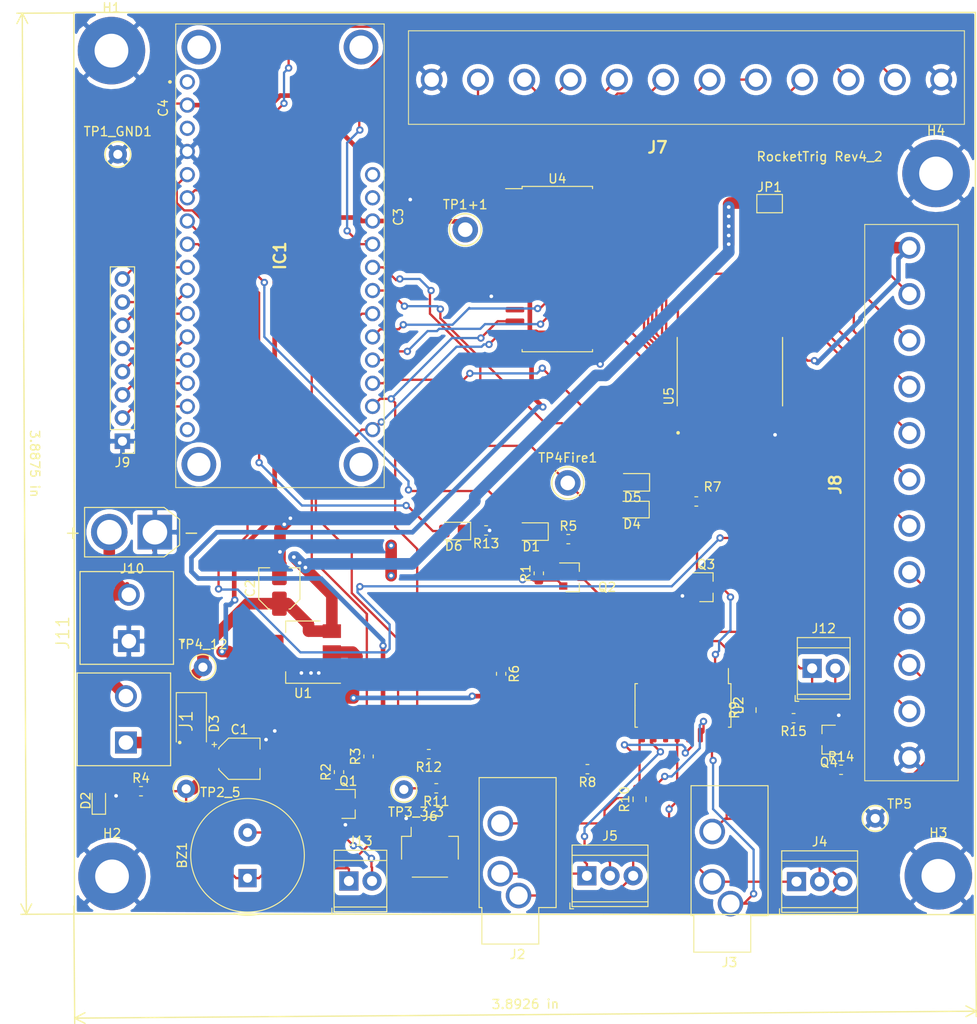
<source format=kicad_pcb>
(kicad_pcb (version 20171130) (host pcbnew "(5.1.4)-1")
  (layers (0 F.Cu signal) (31 B.Cu signal) (34 B.Paste user) (35 F.Paste user) (36 B.SilkS user) (37 F.SilkS user) (38 B.Mask user) (39 F.Mask user) (44 Edge.Cuts user))
  (net 0 "")
  (net 1 "Net-(BZ1-Pad2)")
  (net 2 +3V3)
  (net 3 GND)
  (net 4 +5V)
  (net 5 "Net-(D1-Pad1)")
  (net 6 "Net-(D2-Pad2)")
  (net 7 "Net-(D3-Pad2)")
  (net 8 Shutter)
  (net 9 "Net-(D4-Pad1)")
  (net 10 Focus)
  (net 11 "Net-(D5-Pad1)")
  (net 12 "Net-(D6-Pad1)")
  (net 13 /Sheet621ECC97/~RST)
  (net 14 /Sheet621ECC97/AREF)
  (net 15 IN_1)
  (net 16 IN_2)
  (net 17 OUT_1)
  (net 18 OUT_2)
  (net 19 /Sheet621ECC97/A4)
  (net 20 /Sheet621ECC97/A5)
  (net 21 /Sheet621ECC97/SCK)
  (net 22 /Sheet621ECC97/MOSI)
  (net 23 /Sheet621ECC97/MISO)
  (net 24 "Net-(IC1-Pad15)")
  (net 25 "Net-(IC1-Pad14)")
  (net 26 /Sheet621ECC97/FREE)
  (net 27 SDA_qwiic)
  (net 28 SCL_qwiic)
  (net 29 INTB)
  (net 30 INTA)
  (net 31 Buzzer)
  (net 32 /Sheet621ECC97/EN)
  (net 33 /Sheet621ECC97/VBAT)
  (net 34 +12V)
  (net 35 "Net-(J2-PadR)")
  (net 36 "Net-(J2-PadT)")
  (net 37 "Net-(J2-PadS)")
  (net 38 "Net-(J3-PadR)")
  (net 39 "Net-(J7-Pad5)")
  (net 40 "Net-(J7-Pad7)")
  (net 41 "Net-(J7-Pad9)")
  (net 42 "Net-(J8-Pad3)")
  (net 43 "Net-(Q1-Pad1)")
  (net 44 "Net-(Q2-Pad3)")
  (net 45 "Net-(Q2-Pad1)")
  (net 46 "Net-(Q3-Pad3)")
  (net 47 "Net-(Q3-Pad1)")
  (net 48 "Net-(R6-Pad1)")
  (net 49 "Net-(R8-Pad1)")
  (net 50 "Net-(R9-Pad2)")
  (net 51 "Net-(R10-Pad2)")
  (net 52 "Net-(U2-Pad1)")
  (net 53 "Net-(U4-Pad28)")
  (net 54 "Net-(U4-Pad27)")
  (net 55 "Net-(U4-Pad26)")
  (net 56 "Net-(U4-Pad25)")
  (net 57 "Net-(U4-Pad24)")
  (net 58 "Net-(U4-Pad23)")
  (net 59 "Net-(U4-Pad22)")
  (net 60 "Net-(U4-Pad21)")
  (net 61 "Net-(U4-Pad14)")
  (net 62 "Net-(U4-Pad11)")
  (net 63 "Net-(J7-Pad3)")
  (net 64 "Net-(J7-Pad2)")
  (net 65 "Net-(J7-Pad4)")
  (net 66 "Net-(J7-Pad6)")
  (net 67 "Net-(J7-Pad8)")
  (net 68 "Net-(J8-Pad2)")
  (net 69 "Net-(J8-Pad4)")
  (net 70 "Net-(J8-Pad5)")
  (net 71 "Net-(J8-Pad6)")
  (net 72 "Net-(J8-Pad7)")
  (net 73 "Net-(J8-Pad8)")
  (net 74 "Net-(J8-Pad9)")
  (net 75 "Net-(J3-PadT)")
  (net 76 "Net-(J3-PadS)")
  (net 77 +12P)
  (net 78 "Net-(J1-Pad2)")
  (net 79 "Net-(U2-Pad6)")
  (net 80 D_1)
  (net 81 D_2)
  (net 82 "Net-(J12-Pad2)")
  (net 83 "Net-(Q4-Pad1)")
  (module TerminalBlock_TE-Connectivity:TerminalBlock_TE_282834-2_1x02_P2.54mm_Horizontal (layer F.Cu) (at -68.707 95.1865)
    (fp_text reference J13 (at 1.27 -4.37) (layer F.SilkS))
    (fp_text value Screw_Terminal_01x02)
    (pad 2 thru_hole circle (at 2.54 0) (size 2.1 2.1) (drill 1.1) (layers *.Cu *.Mask) (net 1 "Net-(BZ1-Pad2)"))
    (pad 1 thru_hole rect (at 0 0) (size 2.1 2.1) (drill 1.1) (layers *.Cu *.Mask) (net 4 +5V))
  )
  (module Package_TO_SOT_SMD:SOT-23 (layer F.Cu) (at -16.0655 79.6925 180)
    (fp_text reference Q4 (at 0 -2.5) (layer F.SilkS))
    (fp_text value 2SC1815)
    (pad 3 smd rect (at 1 0 180) (size 0.9 0.8) (layers F.Cu F.Paste F.Mask) (net 82 "Net-(J12-Pad2)"))
    (pad 2 smd rect (at -1 0.95 180) (size 0.9 0.8) (layers F.Cu F.Paste F.Mask) (net 3 GND))
    (pad 1 smd rect (at -1 -0.95 180) (size 0.9 0.8) (layers F.Cu F.Paste F.Mask) (net 83 "Net-(Q4-Pad1)"))
  )
  (module Resistor_SMD:R_0603_1608Metric (layer F.Cu) (at -19.939 77.343 180)
    (fp_text reference R15 (at 0 -1.43) (layer F.SilkS))
    (fp_text value 1K)
    (pad 2 smd roundrect (at 0.7875 0 180) (size 0.875 0.95) (layers F.Cu F.Paste F.Mask) (net 4 +5V))
    (pad 1 smd roundrect (at -0.7875 0 180) (size 0.875 0.95) (layers F.Cu F.Paste F.Mask) (net 82 "Net-(J12-Pad2)"))
  )
  (module Resistor_SMD:R_0603_1608Metric (layer F.Cu) (at -14.732 82.9945)
    (fp_text reference R14 (at 0 -1.43) (layer F.SilkS))
    (fp_text value 1K)
    (pad 2 smd roundrect (at 0.7875 0) (size 0.875 0.95) (layers F.Cu F.Paste F.Mask) (net 17 OUT_1))
    (pad 1 smd roundrect (at -0.7875 0) (size 0.875 0.95) (layers F.Cu F.Paste F.Mask) (net 83 "Net-(Q4-Pad1)"))
  )
  (module TerminalBlock_TE-Connectivity:TerminalBlock_TE_282834-2_1x02_P2.54mm_Horizontal (layer F.Cu) (at -17.907 71.882)
    (fp_text reference J12 (at 1.27 -4.37) (layer F.SilkS))
    (fp_text value Screw_Terminal_01x02)
    (pad 2 thru_hole circle (at 2.54 0) (size 2.1 2.1) (drill 1.1) (layers *.Cu *.Mask) (net 82 "Net-(J12-Pad2)"))
    (pad 1 thru_hole rect (at 0 0) (size 2.1 2.1) (drill 1.1) (layers *.Cu *.Mask) (net 4 +5V))
  )
  (module Jumper:SolderJumper-2_P1.3mm_Open_TrianglePad1.0x1.5mm (layer F.Cu) (at -22.569 20.955)
    (fp_text reference JP1 (at 0 -1.8) (layer F.SilkS))
    (fp_text value " ")
    (pad 1 smd custom (at -0.725 0) (size 0.3 0.3) (layers F.Cu F.Mask) (net 34 +12V) (options (clearance outline) (anchor rect)) (primitives (gr_poly (pts (xy -0.5 -0.75) (xy 0.5 -0.75) (xy 1 0) (xy 0.5 0.75) (xy -0.5 0.75)) (width 0))))
    (pad 2 smd custom (at 0.725 0) (size 0.3 0.3) (layers F.Cu F.Mask) (net 77 +12P) (options (clearance outline) (anchor rect)) (primitives (gr_poly (pts (xy -0.65 -0.75) (xy 0.5 -0.75) (xy 0.5 0.75) (xy -0.65 0.75) (xy -0.15 0)) (width 0))))
  )
  (module CameraTriggerPCB:CUI_TB007-508-02BE (layer F.Cu) (at -93.1545 80.01 90)
    (fp_text reference J1 (at 2.3495 6.604 90) (layer F.SilkS) (effects (font (size 1.4 1.4))))
    (fp_text value "Pwr switch")
    (pad 1 thru_hole rect (at 0 0 90) (size 2.4 2.4) (drill 1.6) (layers *.Cu *.Mask) (net 7 "Net-(D3-Pad2)"))
    (pad 2 thru_hole circle (at 5.08 0 90) (size 2.4 2.4) (drill 1.6) (layers *.Cu *.Mask) (net 78 "Net-(J1-Pad2)"))
  )
  (module CameraTriggerPCB:CUI_TB007-508-02BE (layer F.Cu) (at -92.837 68.8975 90)
    (fp_text reference J11 (at 0.905 -7.239 90) (layer F.SilkS) (effects (font (size 1.4 1.4))))
    (fp_text value pwr)
    (pad 1 thru_hole rect (at 0 0 90) (size 2.4 2.4) (drill 1.6) (layers *.Cu *.Mask) (net 3 GND))
    (pad 2 thru_hole circle (at 5.08 0 90) (size 2.4 2.4) (drill 1.6) (layers *.Cu *.Mask) (net 78 "Net-(J1-Pad2)"))
  )
  (module LED_SMD:LED_0805_2012Metric_Pad1.15x1.40mm_HandSolder (layer F.Cu) (at -57.2135 56.8325 180)
    (fp_text reference D6 (at 0 -1.65) (layer F.SilkS))
    (fp_text value LED)
    (pad 2 smd roundrect (at 1.025 0 180) (size 1.15 1.4) (layers F.Cu F.Paste F.Mask) (roundrect_rratio 0.217391) (net 81 D_2))
    (pad 1 smd roundrect (at -1.025 0 180) (size 1.15 1.4) (layers F.Cu F.Paste F.Mask) (roundrect_rratio 0.217391) (net 12 "Net-(D6-Pad1)"))
  )
  (module LED_SMD:LED_0805_2012Metric_Pad1.15x1.40mm_HandSolder (layer F.Cu) (at -37.592 51.4985 180)
    (fp_text reference D5 (at 0 -1.65) (layer F.SilkS))
    (fp_text value "LED Focus")
    (pad 2 smd roundrect (at 1.025 0 180) (size 1.15 1.4) (layers F.Cu F.Paste F.Mask) (roundrect_rratio 0.217391) (net 10 Focus))
    (pad 1 smd roundrect (at -1.025 0 180) (size 1.15 1.4) (layers F.Cu F.Paste F.Mask) (roundrect_rratio 0.217391) (net 11 "Net-(D5-Pad1)"))
  )
  (module LED_SMD:LED_0805_2012Metric_Castellated (layer F.Cu) (at -37.6555 54.483 180)
    (fp_text reference D4 (at 0 -1.6) (layer F.SilkS))
    (fp_text value "LED Trig")
    (pad 2 smd roundrect (at 0.9625 0 180) (size 1.325 1.3) (layers F.Cu F.Paste F.Mask) (roundrect_rratio 0.192308) (net 8 Shutter))
    (pad 1 smd roundrect (at -0.9625 0 180) (size 1.325 1.3) (layers F.Cu F.Paste F.Mask) (roundrect_rratio 0.192308) (net 9 "Net-(D4-Pad1)"))
  )
  (module LED_SMD:LED_0805_2012Metric_Pad1.15x1.40mm_HandSolder (layer F.Cu) (at -48.7045 56.896 180)
    (fp_text reference D1 (at 0 -1.65) (layer F.SilkS))
    (fp_text value "LED Trig")
    (pad 2 smd roundrect (at 1.025 0 180) (size 1.15 1.4) (layers F.Cu F.Paste F.Mask) (roundrect_rratio 0.217391) (net 80 D_1))
    (pad 1 smd roundrect (at -1.025 0 180) (size 1.15 1.4) (layers F.Cu F.Paste F.Mask) (roundrect_rratio 0.217391) (net 5 "Net-(D1-Pad1)"))
  )
  (module Buzzer_Beeper:Buzzer_TDK_PS1240P02BT_D12.2mm_H6.5mm (layer F.Cu) (at -79.8195 94.869 90)
    (fp_text reference BZ1 (at 2.5 -7.17 90) (layer F.SilkS))
    (fp_text value Buzzer)
    (pad 2 thru_hole circle (at 5 0 90) (size 2 2) (drill 1) (layers *.Cu *.Mask) (net 1 "Net-(BZ1-Pad2)"))
    (pad 1 thru_hole rect (at 0 0 90) (size 2 2) (drill 1) (layers *.Cu *.Mask) (net 4 +5V))
  )
  (module Package_SO:SOIC-16_4.55x10.3mm_P1.27mm (layer F.Cu) (at -32.0675 75.946 270)
    (fp_text reference U2 (at 0 -6.1 90) (layer F.SilkS))
    (fp_text value TLP291-4)
    (pad 16 smd roundrect (at 3.25 -4.445 270) (size 1.6 0.55) (layers F.Cu F.Paste F.Mask) (net 38 "Net-(J3-PadR)"))
    (pad 15 smd roundrect (at 3.25 -3.175 270) (size 1.6 0.55) (layers F.Cu F.Paste F.Mask) (net 76 "Net-(J3-PadS)"))
    (pad 14 smd roundrect (at 3.25 -1.905 270) (size 1.6 0.55) (layers F.Cu F.Paste F.Mask) (net 35 "Net-(J2-PadR)"))
    (pad 13 smd roundrect (at 3.25 -0.635 270) (size 1.6 0.55) (layers F.Cu F.Paste F.Mask) (net 51 "Net-(R10-Pad2)"))
    (pad 12 smd roundrect (at 3.25 0.635 270) (size 1.6 0.55) (layers F.Cu F.Paste F.Mask) (net 75 "Net-(J3-PadT)"))
    (pad 11 smd roundrect (at 3.25 1.905 270) (size 1.6 0.55) (layers F.Cu F.Paste F.Mask) (net 50 "Net-(R9-Pad2)"))
    (pad 10 smd roundrect (at 3.25 3.175 270) (size 1.6 0.55) (layers F.Cu F.Paste F.Mask) (net 36 "Net-(J2-PadT)"))
    (pad 9 smd roundrect (at 3.25 4.445 270) (size 1.6 0.55) (layers F.Cu F.Paste F.Mask) (net 51 "Net-(R10-Pad2)"))
    (pad 8 smd roundrect (at -3.25 4.445 270) (size 1.6 0.55) (layers F.Cu F.Paste F.Mask) (net 44 "Net-(Q2-Pad3)"))
    (pad 7 smd roundrect (at -3.25 3.175 270) (size 1.6 0.55) (layers F.Cu F.Paste F.Mask) (net 79 "Net-(U2-Pad6)"))
    (pad 6 smd roundrect (at -3.25 1.905 270) (size 1.6 0.55) (layers F.Cu F.Paste F.Mask) (net 79 "Net-(U2-Pad6)"))
    (pad 5 smd roundrect (at -3.25 0.635 270) (size 1.6 0.55) (layers F.Cu F.Paste F.Mask) (net 48 "Net-(R6-Pad1)"))
    (pad 4 smd roundrect (at -3.25 -0.635 270) (size 1.6 0.55) (layers F.Cu F.Paste F.Mask) (net 52 "Net-(U2-Pad1)"))
    (pad 3 smd roundrect (at -3.25 -1.905 270) (size 1.6 0.55) (layers F.Cu F.Paste F.Mask) (net 49 "Net-(R8-Pad1)"))
    (pad 2 smd roundrect (at -3.25 -3.175 270) (size 1.6 0.55) (layers F.Cu F.Paste F.Mask) (net 46 "Net-(Q3-Pad3)"))
    (pad 1 smd roundrect (at -3.25 -4.445 270) (size 1.6 0.55) (layers F.Cu F.Paste F.Mask) (net 52 "Net-(U2-Pad1)"))
  )
  (module TestPoint:TestPoint_Keystone_5000-5004_Miniature (layer F.Cu) (at -84.709 71.755)
    (fp_text reference TP4_12 (at 0 -2.5) (layer F.SilkS))
    (fp_text value +12)
    (pad 1 thru_hole circle (at 0 0) (size 2 2) (drill 1) (layers *.Cu *.Mask) (net 34 +12V))
  )
  (module TestPoint:TestPoint_Keystone_5000-5004_Miniature (layer F.Cu) (at -86.5505 85.09)
    (fp_text reference TP2_5 (at 3.7465 0.381) (layer F.SilkS))
    (fp_text value +5V)
    (pad 1 thru_hole circle (at 0 0) (size 2 2) (drill 1) (layers *.Cu *.Mask) (net 4 +5V))
  )
  (module Capacitor_SMD:CP_Elec_4x5.4 (layer F.Cu) (at -80.7085 81.788)
    (fp_text reference C1 (at 0 -3.2) (layer F.SilkS))
    (fp_text value 1uf)
    (pad 2 smd roundrect (at 1.8 0) (size 2.6 1.6) (layers F.Cu F.Paste F.Mask) (roundrect_rratio 0.15625) (net 3 GND))
    (pad 1 smd roundrect (at -1.8 0) (size 2.6 1.6) (layers F.Cu F.Paste F.Mask) (roundrect_rratio 0.15625) (net 4 +5V))
  )
  (module TestPoint:TestPoint_Keystone_5000-5004_Miniature (layer F.Cu) (at -10.9855 88.3285)
    (fp_text reference TP5 (at 2.667 -1.5875) (layer F.SilkS))
    (fp_text value Gnd)
    (pad 1 thru_hole circle (at 0 0) (size 2 2) (drill 1) (layers *.Cu *.Mask) (net 3 GND))
  )
  (module TestPoint:TestPoint_Keystone_5010-5014_Multipurpose (layer F.Cu) (at -55.9435 23.8125)
    (fp_text reference TP1+1 (at 0 -2.75) (layer F.SilkS))
    (fp_text value +5V)
    (pad 1 thru_hole circle (at 0 0) (size 2.8 2.8) (drill 1.6) (layers *.Cu *.Mask) (net 4 +5V))
  )
  (module TestPoint:TestPoint_Keystone_5000-5004_Miniature (layer F.Cu) (at -94.0435 15.5575)
    (fp_text reference TP1_GND1 (at 0 -2.5) (layer F.SilkS))
    (fp_text value GND)
    (pad 1 thru_hole circle (at 0 0) (size 2 2) (drill 1) (layers *.Cu *.Mask) (net 3 GND))
  )
  (module Connector_AMASS:AMASS_XT30U-F_1x02_P5.0mm_Vertical (layer F.Cu) (at -89.9795 56.9595 180)
    (fp_text reference J10 (at 2.5 -4) (layer F.SilkS))
    (fp_text value SW)
    (fp_text user - (at -4 0) (layer F.SilkS) (effects (font (size 1.5 1.5))))
    (fp_text user + (at 9 0) (layer F.SilkS) (effects (font (size 1.5 1.5))))
    (pad 2 thru_hole circle (at 5 0 180) (size 4 4) (drill 2.7) (layers *.Cu *.Mask) (net 78 "Net-(J1-Pad2)"))
    (pad 1 thru_hole rect (at 0 0 180) (size 3.8 3.8) (drill 2.7) (layers *.Cu *.Mask) (net 3 GND))
  )
  (module TerminalBlock_TE-Connectivity:TerminalBlock_TE_282834-3_1x03_P2.54mm_Horizontal (layer F.Cu) (at -19.6215 95.25)
    (fp_text reference J4 (at 2.54 -4.37) (layer F.SilkS))
    (fp_text value "Camera 1 Term")
    (pad 3 thru_hole circle (at 5.08 0) (size 2.1 2.1) (drill 1.1) (layers *.Cu *.Mask) (net 76 "Net-(J3-PadS)"))
    (pad 2 thru_hole circle (at 2.54 0) (size 2.1 2.1) (drill 1.1) (layers *.Cu *.Mask) (net 38 "Net-(J3-PadR)"))
    (pad 1 thru_hole rect (at 0 0) (size 2.1 2.1) (drill 1.1) (layers *.Cu *.Mask) (net 75 "Net-(J3-PadT)"))
  )
  (module Connector_Audio:Jack_3.5mm_CUI_SJ1-3533NG_Horizontal_CircularHoles (layer F.Cu) (at -50.1015 96.774 180)
    (fp_text reference J2 (at 0.1 -6.45) (layer F.SilkS))
    (fp_text value "Camera 1  3.5mm")
    (pad R thru_hole circle (at 2 7.9 180) (size 2.8 2.8) (drill 2) (layers *.Cu *.Mask) (net 35 "Net-(J2-PadR)"))
    (pad T thru_hole circle (at 2 2.4 180) (size 2.8 2.8) (drill 2) (layers *.Cu *.Mask) (net 36 "Net-(J2-PadT)"))
    (pad S thru_hole circle (at 0 0 180) (size 2.8 2.8) (drill 2) (layers *.Cu *.Mask) (net 37 "Net-(J2-PadS)"))
  )
  (module CameraTriggerPCB:TB00750812BE (layer F.Cu) (at -7.239 25.781 270)
    (fp_text reference J8 (at 25.9715 8.128 90) (layer F.SilkS) (effects (font (size 1.27 1.27) (thickness 0.254))))
    (fp_text value Out hide)
    (pad 1 thru_hole circle (at 0 0 270) (size 2.4 2.4) (drill 1.6) (layers *.Cu *.Mask) (net 77 +12P))
    (pad 2 thru_hole circle (at 5.08 0 270) (size 2.4 2.4) (drill 1.6) (layers *.Cu *.Mask) (net 68 "Net-(J8-Pad2)"))
    (pad 3 thru_hole circle (at 10.16 0 270) (size 2.4 2.4) (drill 1.6) (layers *.Cu *.Mask) (net 42 "Net-(J8-Pad3)"))
    (pad 4 thru_hole circle (at 15.24 0 270) (size 2.4 2.4) (drill 1.6) (layers *.Cu *.Mask) (net 69 "Net-(J8-Pad4)"))
    (pad 5 thru_hole circle (at 20.32 0 270) (size 2.4 2.4) (drill 1.6) (layers *.Cu *.Mask) (net 70 "Net-(J8-Pad5)"))
    (pad 6 thru_hole circle (at 25.4 0 270) (size 2.4 2.4) (drill 1.6) (layers *.Cu *.Mask) (net 71 "Net-(J8-Pad6)"))
    (pad 7 thru_hole circle (at 30.48 0 270) (size 2.4 2.4) (drill 1.6) (layers *.Cu *.Mask) (net 72 "Net-(J8-Pad7)"))
    (pad 8 thru_hole circle (at 35.56 0 270) (size 2.4 2.4) (drill 1.6) (layers *.Cu *.Mask) (net 73 "Net-(J8-Pad8)"))
    (pad 9 thru_hole circle (at 40.64 0 270) (size 2.4 2.4) (drill 1.6) (layers *.Cu *.Mask) (net 74 "Net-(J8-Pad9)"))
    (pad 10 thru_hole circle (at 45.72 0 270) (size 2.4 2.4) (drill 1.6) (layers *.Cu *.Mask) (net 17 OUT_1))
    (pad 11 thru_hole circle (at 50.8 0 270) (size 2.4 2.4) (drill 1.6) (layers *.Cu *.Mask) (net 18 OUT_2))
    (pad 12 thru_hole circle (at 55.88 0 270) (size 2.4 2.4) (drill 1.6) (layers *.Cu *.Mask) (net 3 GND))
  )
  (module CameraTriggerPCB:TB00750812BE (layer F.Cu) (at -59.6265 7.366)
    (fp_text reference J7 (at 24.765 7.4295) (layer F.SilkS) (effects (font (size 1.27 1.27) (thickness 0.254))))
    (fp_text value In hide)
    (pad 1 thru_hole circle (at 0 0) (size 2.4 2.4) (drill 1.6) (layers *.Cu *.Mask) (net 3 GND))
    (pad 2 thru_hole circle (at 5.08 0) (size 2.4 2.4) (drill 1.6) (layers *.Cu *.Mask) (net 64 "Net-(J7-Pad2)"))
    (pad 3 thru_hole circle (at 10.16 0) (size 2.4 2.4) (drill 1.6) (layers *.Cu *.Mask) (net 63 "Net-(J7-Pad3)"))
    (pad 4 thru_hole circle (at 15.24 0) (size 2.4 2.4) (drill 1.6) (layers *.Cu *.Mask) (net 65 "Net-(J7-Pad4)"))
    (pad 5 thru_hole circle (at 20.32 0) (size 2.4 2.4) (drill 1.6) (layers *.Cu *.Mask) (net 39 "Net-(J7-Pad5)"))
    (pad 6 thru_hole circle (at 25.4 0) (size 2.4 2.4) (drill 1.6) (layers *.Cu *.Mask) (net 66 "Net-(J7-Pad6)"))
    (pad 7 thru_hole circle (at 30.48 0) (size 2.4 2.4) (drill 1.6) (layers *.Cu *.Mask) (net 40 "Net-(J7-Pad7)"))
    (pad 8 thru_hole circle (at 35.56 0) (size 2.4 2.4) (drill 1.6) (layers *.Cu *.Mask) (net 67 "Net-(J7-Pad8)"))
    (pad 9 thru_hole circle (at 40.64 0) (size 2.4 2.4) (drill 1.6) (layers *.Cu *.Mask) (net 41 "Net-(J7-Pad9)"))
    (pad 10 thru_hole circle (at 45.72 0) (size 2.4 2.4) (drill 1.6) (layers *.Cu *.Mask) (net 15 IN_1))
    (pad 11 thru_hole circle (at 50.8 0) (size 2.4 2.4) (drill 1.6) (layers *.Cu *.Mask) (net 16 IN_2))
    (pad 12 thru_hole circle (at 55.88 0) (size 2.4 2.4) (drill 1.6) (layers *.Cu *.Mask) (net 3 GND))
  )
  (module Package_SO:SOIC-28W_7.5x17.9mm_P1.27mm (layer F.Cu) (at -45.847 28.1305)
    (fp_text reference U4 (at 0 -9.9) (layer F.SilkS))
    (fp_text value MCP23017T-E/SO)
    (pad 28 smd roundrect (at 4.65 -8.255) (size 2.05 0.6) (layers F.Cu F.Paste F.Mask) (net 53 "Net-(U4-Pad28)"))
    (pad 27 smd roundrect (at 4.65 -6.985) (size 2.05 0.6) (layers F.Cu F.Paste F.Mask) (net 54 "Net-(U4-Pad27)"))
    (pad 26 smd roundrect (at 4.65 -5.715) (size 2.05 0.6) (layers F.Cu F.Paste F.Mask) (net 55 "Net-(U4-Pad26)"))
    (pad 25 smd roundrect (at 4.65 -4.445) (size 2.05 0.6) (layers F.Cu F.Paste F.Mask) (net 56 "Net-(U4-Pad25)"))
    (pad 24 smd roundrect (at 4.65 -3.175) (size 2.05 0.6) (layers F.Cu F.Paste F.Mask) (net 57 "Net-(U4-Pad24)"))
    (pad 23 smd roundrect (at 4.65 -1.905) (size 2.05 0.6) (layers F.Cu F.Paste F.Mask) (net 58 "Net-(U4-Pad23)"))
    (pad 22 smd roundrect (at 4.65 -0.635) (size 2.05 0.6) (layers F.Cu F.Paste F.Mask) (net 59 "Net-(U4-Pad22)"))
    (pad 21 smd roundrect (at 4.65 0.635) (size 2.05 0.6) (layers F.Cu F.Paste F.Mask) (net 60 "Net-(U4-Pad21)"))
    (pad 20 smd roundrect (at 4.65 1.905) (size 2.05 0.6) (layers F.Cu F.Paste F.Mask) (net 30 INTA))
    (pad 19 smd roundrect (at 4.65 3.175) (size 2.05 0.6) (layers F.Cu F.Paste F.Mask) (net 29 INTB))
    (pad 18 smd roundrect (at 4.65 4.445) (size 2.05 0.6) (layers F.Cu F.Paste F.Mask) (net 2 +3V3))
    (pad 17 smd roundrect (at 4.65 5.715) (size 2.05 0.6) (layers F.Cu F.Paste F.Mask) (net 3 GND))
    (pad 16 smd roundrect (at 4.65 6.985) (size 2.05 0.6) (layers F.Cu F.Paste F.Mask) (net 3 GND))
    (pad 15 smd roundrect (at 4.65 8.255) (size 2.05 0.6) (layers F.Cu F.Paste F.Mask) (net 3 GND))
    (pad 14 smd roundrect (at -4.65 8.255) (size 2.05 0.6) (layers F.Cu F.Paste F.Mask) (net 61 "Net-(U4-Pad14)"))
    (pad 13 smd roundrect (at -4.65 6.985) (size 2.05 0.6) (layers F.Cu F.Paste F.Mask) (net 27 SDA_qwiic))
    (pad 12 smd roundrect (at -4.65 5.715) (size 2.05 0.6) (layers F.Cu F.Paste F.Mask) (net 28 SCL_qwiic))
    (pad 11 smd roundrect (at -4.65 4.445) (size 2.05 0.6) (layers F.Cu F.Paste F.Mask) (net 62 "Net-(U4-Pad11)"))
    (pad 10 smd roundrect (at -4.65 3.175) (size 2.05 0.6) (layers F.Cu F.Paste F.Mask) (net 3 GND))
    (pad 9 smd roundrect (at -4.65 1.905) (size 2.05 0.6) (layers F.Cu F.Paste F.Mask) (net 2 +3V3))
    (pad 8 smd roundrect (at -4.65 0.635) (size 2.05 0.6) (layers F.Cu F.Paste F.Mask) (net 41 "Net-(J7-Pad9)"))
    (pad 7 smd roundrect (at -4.65 -0.635) (size 2.05 0.6) (layers F.Cu F.Paste F.Mask) (net 67 "Net-(J7-Pad8)"))
    (pad 6 smd roundrect (at -4.65 -1.905) (size 2.05 0.6) (layers F.Cu F.Paste F.Mask) (net 40 "Net-(J7-Pad7)"))
    (pad 5 smd roundrect (at -4.65 -3.175) (size 2.05 0.6) (layers F.Cu F.Paste F.Mask) (net 66 "Net-(J7-Pad6)"))
    (pad 4 smd roundrect (at -4.65 -4.445) (size 2.05 0.6) (layers F.Cu F.Paste F.Mask) (net 39 "Net-(J7-Pad5)"))
    (pad 3 smd roundrect (at -4.65 -5.715) (size 2.05 0.6) (layers F.Cu F.Paste F.Mask) (net 65 "Net-(J7-Pad4)"))
    (pad 2 smd roundrect (at -4.65 -6.985) (size 2.05 0.6) (layers F.Cu F.Paste F.Mask) (net 63 "Net-(J7-Pad3)"))
    (pad 1 smd roundrect (at -4.65 -8.255) (size 2.05 0.6) (layers F.Cu F.Paste F.Mask) (net 64 "Net-(J7-Pad2)"))
  )
  (module TestPoint:TestPoint_Keystone_5010-5014_Multipurpose (layer F.Cu) (at -44.704 51.562)
    (fp_text reference TP4Fire1 (at 0 -2.75) (layer F.SilkS))
    (fp_text value Fire)
    (pad 1 thru_hole circle (at 0 0) (size 2.8 2.8) (drill 1.6) (layers *.Cu *.Mask) (net 8 Shutter))
  )
  (module TestPoint:TestPoint_Keystone_5000-5004_Miniature (layer F.Cu) (at -62.6745 85.1535)
    (fp_text reference TP3_3_3 (at 1.3335 2.4765) (layer F.SilkS))
    (fp_text value +3.3V)
    (pad 1 thru_hole circle (at 0 0) (size 2 2) (drill 1) (layers *.Cu *.Mask) (net 2 +3V3))
  )
  (module Resistor_SMD:R_0603_1608Metric (layer F.Cu) (at -53.6575 56.769 180)
    (fp_text reference R13 (at 0 -1.43) (layer F.SilkS))
    (fp_text value 750)
    (pad 2 smd roundrect (at 0.7875 0 180) (size 0.875 0.95) (layers F.Cu F.Paste F.Mask) (net 12 "Net-(D6-Pad1)"))
    (pad 1 smd roundrect (at -0.7875 0 180) (size 0.875 0.95) (layers F.Cu F.Paste F.Mask) (net 3 GND))
  )
  (module Resistor_SMD:R_0603_1608Metric (layer F.Cu) (at -59.944 81.28 180)
    (fp_text reference R12 (at 0 -1.43) (layer F.SilkS))
    (fp_text value 10K)
    (pad 2 smd roundrect (at 0.7875 0 180) (size 0.875 0.95) (layers F.Cu F.Paste F.Mask) (net 2 +3V3))
    (pad 1 smd roundrect (at -0.7875 0 180) (size 0.875 0.95) (layers F.Cu F.Paste F.Mask) (net 27 SDA_qwiic))
  )
  (module Resistor_SMD:R_0603_1608Metric (layer F.Cu) (at -59.1185 85.0265 180)
    (fp_text reference R11 (at 0 -1.43) (layer F.SilkS))
    (fp_text value 10K)
    (pad 2 smd roundrect (at 0.7875 0 180) (size 0.875 0.95) (layers F.Cu F.Paste F.Mask) (net 2 +3V3))
    (pad 1 smd roundrect (at -0.7875 0 180) (size 0.875 0.95) (layers F.Cu F.Paste F.Mask) (net 28 SCL_qwiic))
  )
  (module Resistor_SMD:R_0805_2012Metric_Pad1.15x1.40mm_HandSolder (layer F.Cu) (at -36.83 86.233 90)
    (fp_text reference R10 (at 0 -1.65 90) (layer F.SilkS))
    (fp_text value 0)
    (pad 2 smd roundrect (at 1.025 0 90) (size 1.15 1.4) (layers F.Cu F.Paste F.Mask) (roundrect_rratio 0.217391) (net 51 "Net-(R10-Pad2)"))
    (pad 1 smd roundrect (at -1.025 0 90) (size 1.15 1.4) (layers F.Cu F.Paste F.Mask) (roundrect_rratio 0.217391) (net 37 "Net-(J2-PadS)"))
  )
  (module Resistor_SMD:R_0805_2012Metric_Pad1.15x1.40mm_HandSolder (layer F.Cu) (at -24.765 76.454 90)
    (fp_text reference R9 (at 0 -1.65 90) (layer F.SilkS))
    (fp_text value 0)
    (pad 2 smd roundrect (at 1.025 0 90) (size 1.15 1.4) (layers F.Cu F.Paste F.Mask) (roundrect_rratio 0.217391) (net 50 "Net-(R9-Pad2)"))
    (pad 1 smd roundrect (at -1.025 0 90) (size 1.15 1.4) (layers F.Cu F.Paste F.Mask) (roundrect_rratio 0.217391) (net 76 "Net-(J3-PadS)"))
  )
  (module Resistor_SMD:R_0603_1608Metric (layer F.Cu) (at -42.545 82.931 180)
    (fp_text reference R8 (at 0 -1.43) (layer F.SilkS))
    (fp_text value 51)
    (pad 2 smd roundrect (at 0.7875 0 180) (size 0.875 0.95) (layers F.Cu F.Paste F.Mask) (net 4 +5V))
    (pad 1 smd roundrect (at -0.7875 0 180) (size 0.875 0.95) (layers F.Cu F.Paste F.Mask) (net 49 "Net-(R8-Pad1)"))
  )
  (module Resistor_SMD:R_0603_1608Metric (layer F.Cu) (at -30.607 53.594 180)
    (fp_text reference R7 (at -1.778 1.5875) (layer F.SilkS))
    (fp_text value 1K)
    (pad 2 smd roundrect (at 0.7875 0 180) (size 0.875 0.95) (layers F.Cu F.Paste F.Mask) (net 11 "Net-(D5-Pad1)"))
    (pad 1 smd roundrect (at -0.7875 0 180) (size 0.875 0.95) (layers F.Cu F.Paste F.Mask) (net 47 "Net-(Q3-Pad1)"))
  )
  (module Resistor_SMD:R_0603_1608Metric (layer F.Cu) (at -52.0065 72.479 270)
    (fp_text reference R6 (at 0 -1.43 90) (layer F.SilkS))
    (fp_text value 51)
    (pad 2 smd roundrect (at 0.7875 0 270) (size 0.875 0.95) (layers F.Cu F.Paste F.Mask) (net 4 +5V))
    (pad 1 smd roundrect (at -0.7875 0 270) (size 0.875 0.95) (layers F.Cu F.Paste F.Mask) (net 48 "Net-(R6-Pad1)"))
  )
  (module Resistor_SMD:R_0603_1608Metric (layer F.Cu) (at -44.6405 57.7215)
    (fp_text reference R5 (at 0 -1.43) (layer F.SilkS))
    (fp_text value 1K)
    (pad 2 smd roundrect (at 0.7875 0) (size 0.875 0.95) (layers F.Cu F.Paste F.Mask) (net 9 "Net-(D4-Pad1)"))
    (pad 1 smd roundrect (at -0.7875 0) (size 0.875 0.95) (layers F.Cu F.Paste F.Mask) (net 45 "Net-(Q2-Pad1)"))
  )
  (module Resistor_SMD:R_0603_1608Metric (layer F.Cu) (at -91.5035 85.344)
    (fp_text reference R4 (at 0 -1.43) (layer F.SilkS))
    (fp_text value 1K)
    (pad 2 smd roundrect (at 0.7875 0) (size 0.875 0.95) (layers F.Cu F.Paste F.Mask) (net 4 +5V))
    (pad 1 smd roundrect (at -0.7875 0) (size 0.875 0.95) (layers F.Cu F.Paste F.Mask) (net 6 "Net-(D2-Pad2)"))
  )
  (module Resistor_SMD:R_0603_1608Metric (layer F.Cu) (at -66.548 81.534 90)
    (fp_text reference R3 (at 0 -1.43 90) (layer F.SilkS))
    (fp_text value 1K)
    (pad 2 smd roundrect (at 0.7875 0 90) (size 0.875 0.95) (layers F.Cu F.Paste F.Mask) (net 4 +5V))
    (pad 1 smd roundrect (at -0.7875 0 90) (size 0.875 0.95) (layers F.Cu F.Paste F.Mask) (net 1 "Net-(BZ1-Pad2)"))
  )
  (module Resistor_SMD:R_0603_1608Metric (layer F.Cu) (at -69.7865 83.2485 90)
    (fp_text reference R2 (at 0 -1.43 90) (layer F.SilkS))
    (fp_text value 1K)
    (pad 2 smd roundrect (at 0.7875 0 90) (size 0.875 0.95) (layers F.Cu F.Paste F.Mask) (net 31 Buzzer))
    (pad 1 smd roundrect (at -0.7875 0 90) (size 0.875 0.95) (layers F.Cu F.Paste F.Mask) (net 43 "Net-(Q1-Pad1)"))
  )
  (module Resistor_SMD:R_0603_1608Metric (layer F.Cu) (at -47.879 61.468 90)
    (fp_text reference R1 (at 0 -1.43 90) (layer F.SilkS))
    (fp_text value 750)
    (pad 2 smd roundrect (at 0.7875 0 90) (size 0.875 0.95) (layers F.Cu F.Paste F.Mask) (net 5 "Net-(D1-Pad1)"))
    (pad 1 smd roundrect (at -0.7875 0 90) (size 0.875 0.95) (layers F.Cu F.Paste F.Mask) (net 3 GND))
  )
  (module Package_TO_SOT_SMD:SOT-23 (layer F.Cu) (at -29.5275 62.992)
    (fp_text reference Q3 (at 0 -2.5) (layer F.SilkS))
    (fp_text value MMBT3904)
    (pad 3 smd rect (at 1 0) (size 0.9 0.8) (layers F.Cu F.Paste F.Mask) (net 46 "Net-(Q3-Pad3)"))
    (pad 2 smd rect (at -1 0.95) (size 0.9 0.8) (layers F.Cu F.Paste F.Mask) (net 3 GND))
    (pad 1 smd rect (at -1 -0.95) (size 0.9 0.8) (layers F.Cu F.Paste F.Mask) (net 47 "Net-(Q3-Pad1)"))
  )
  (module Package_TO_SOT_SMD:SOT-23 (layer F.Cu) (at -44.196 61.9125)
    (fp_text reference Q2 (at 3.81 1.0795) (layer F.SilkS))
    (fp_text value MMBT3904)
    (pad 3 smd rect (at 1 0) (size 0.9 0.8) (layers F.Cu F.Paste F.Mask) (net 44 "Net-(Q2-Pad3)"))
    (pad 2 smd rect (at -1 0.95) (size 0.9 0.8) (layers F.Cu F.Paste F.Mask) (net 3 GND))
    (pad 1 smd rect (at -1 -0.95) (size 0.9 0.8) (layers F.Cu F.Paste F.Mask) (net 45 "Net-(Q2-Pad1)"))
  )
  (module Package_TO_SOT_SMD:SOT-23 (layer F.Cu) (at -68.7705 86.741)
    (fp_text reference Q1 (at 0 -2.5) (layer F.SilkS))
    (fp_text value 2SC1815)
    (pad 3 smd rect (at 1 0) (size 0.9 0.8) (layers F.Cu F.Paste F.Mask) (net 1 "Net-(BZ1-Pad2)"))
    (pad 2 smd rect (at -1 0.95) (size 0.9 0.8) (layers F.Cu F.Paste F.Mask) (net 3 GND))
    (pad 1 smd rect (at -1 -0.95) (size 0.9 0.8) (layers F.Cu F.Paste F.Mask) (net 43 "Net-(Q1-Pad1)"))
  )
  (module Connector_PinHeader_2.54mm:PinHeader_1x08_P2.54mm_Vertical (layer F.Cu) (at -93.5355 46.99 180)
    (fp_text reference J9 (at 0 -2.33) (layer F.SilkS))
    (fp_text value Misc)
    (pad 8 thru_hole oval (at 0 17.78 180) (size 1.7 1.7) (drill 1) (layers *.Cu *.Mask) (net 19 /Sheet621ECC97/A4))
    (pad 7 thru_hole oval (at 0 15.24 180) (size 1.7 1.7) (drill 1) (layers *.Cu *.Mask) (net 20 /Sheet621ECC97/A5))
    (pad 6 thru_hole oval (at 0 12.7 180) (size 1.7 1.7) (drill 1) (layers *.Cu *.Mask) (net 21 /Sheet621ECC97/SCK))
    (pad 5 thru_hole oval (at 0 10.16 180) (size 1.7 1.7) (drill 1) (layers *.Cu *.Mask) (net 22 /Sheet621ECC97/MOSI))
    (pad 4 thru_hole oval (at 0 7.62 180) (size 1.7 1.7) (drill 1) (layers *.Cu *.Mask) (net 23 /Sheet621ECC97/MISO))
    (pad 3 thru_hole oval (at 0 5.08 180) (size 1.7 1.7) (drill 1) (layers *.Cu *.Mask) (net 24 "Net-(IC1-Pad15)"))
    (pad 2 thru_hole oval (at 0 2.54 180) (size 1.7 1.7) (drill 1) (layers *.Cu *.Mask) (net 25 "Net-(IC1-Pad14)"))
    (pad 1 thru_hole rect (at 0 0 180) (size 1.7 1.7) (drill 1) (layers *.Cu *.Mask) (net 3 GND))
  )
  (module Connector_JST:JST_SH_SM04B-SRSS-TB_1x04-1MP_P1.00mm_Horizontal (layer F.Cu) (at -59.817 92.075)
    (fp_text reference J6 (at 0 -3.98) (layer F.SilkS))
    (fp_text value qwiic)
    (pad MP smd roundrect (at 2.8 1.875) (size 1.2 1.8) (layers F.Cu F.Paste F.Mask) (roundrect_rratio 0.208333))
    (pad MP smd roundrect (at -2.8 1.875) (size 1.2 1.8) (layers F.Cu F.Paste F.Mask) (roundrect_rratio 0.208333))
    (pad 4 smd roundrect (at 1.5 -2) (size 0.6 1.55) (layers F.Cu F.Paste F.Mask) (net 28 SCL_qwiic))
    (pad 3 smd roundrect (at 0.5 -2) (size 0.6 1.55) (layers F.Cu F.Paste F.Mask) (net 27 SDA_qwiic))
    (pad 2 smd roundrect (at -0.5 -2) (size 0.6 1.55) (layers F.Cu F.Paste F.Mask) (net 2 +3V3))
    (pad 1 smd roundrect (at -1.5 -2) (size 0.6 1.55) (layers F.Cu F.Paste F.Mask) (net 3 GND))
  )
  (module TerminalBlock_TE-Connectivity:TerminalBlock_TE_282834-3_1x03_P2.54mm_Horizontal (layer F.Cu) (at -42.6085 94.615)
    (fp_text reference J5 (at 2.54 -4.37) (layer F.SilkS))
    (fp_text value "Camera 2  Term")
    (pad 3 thru_hole circle (at 5.08 0) (size 2.1 2.1) (drill 1.1) (layers *.Cu *.Mask) (net 37 "Net-(J2-PadS)"))
    (pad 2 thru_hole circle (at 2.54 0) (size 2.1 2.1) (drill 1.1) (layers *.Cu *.Mask) (net 35 "Net-(J2-PadR)"))
    (pad 1 thru_hole rect (at 0 0) (size 2.1 2.1) (drill 1.1) (layers *.Cu *.Mask) (net 36 "Net-(J2-PadT)"))
  )
  (module Connector_Audio:Jack_3.5mm_CUI_SJ1-3533NG_Horizontal_CircularHoles (layer F.Cu) (at -26.8605 97.663 180)
    (fp_text reference J3 (at 0.1 -6.45) (layer F.SilkS))
    (fp_text value "Camera 2 3.5 mm")
    (pad R thru_hole circle (at 2 7.9 180) (size 2.8 2.8) (drill 2) (layers *.Cu *.Mask) (net 38 "Net-(J3-PadR)"))
    (pad T thru_hole circle (at 2 2.4 180) (size 2.8 2.8) (drill 2) (layers *.Cu *.Mask) (net 75 "Net-(J3-PadT)"))
    (pad S thru_hole circle (at 0 0 180) (size 2.8 2.8) (drill 2) (layers *.Cu *.Mask) (net 76 "Net-(J3-PadS)"))
  )
  (module MountingHole:MountingHole_3.7mm_Pad (layer F.Cu) (at -4.318 17.653)
    (fp_text reference H4 (at 0 -4.7) (layer F.SilkS))
    (fp_text value " ")
    (pad 1 thru_hole circle (at 0 0) (size 7.4 7.4) (drill 3.7) (layers *.Cu *.Mask) (net 3 GND))
  )
  (module MountingHole:MountingHole_3.7mm_Pad (layer F.Cu) (at -4.064 94.615)
    (fp_text reference H3 (at 0 -4.7) (layer F.SilkS))
    (fp_text value " ")
    (pad 1 thru_hole circle (at 0 0) (size 7.4 7.4) (drill 3.7) (layers *.Cu *.Mask) (net 3 GND))
  )
  (module MountingHole:MountingHole_3.7mm_Pad (layer F.Cu) (at -94.6785 94.6785)
    (fp_text reference H2 (at 0 -4.7) (layer F.SilkS))
    (fp_text value " ")
    (pad 1 thru_hole circle (at 0 0) (size 7.4 7.4) (drill 3.7) (layers *.Cu *.Mask) (net 3 GND))
  )
  (module MountingHole:MountingHole_3.7mm_Pad (layer F.Cu) (at -94.742 4.191)
    (fp_text reference H1 (at 0 -4.7) (layer F.SilkS))
    (fp_text value " ")
    (pad 1 thru_hole circle (at 0 0) (size 7.4 7.4) (drill 3.7) (layers *.Cu *.Mask) (net 3 GND))
  )
  (module Diode_SMD:D_SMA (layer F.Cu) (at -85.979 77.946 270)
    (fp_text reference D3 (at 0 -2.5 90) (layer F.SilkS))
    (fp_text value B330A-13-F)
    (pad 2 smd rect (at 2 0 270) (size 2.5 1.8) (layers F.Cu F.Paste F.Mask) (net 7 "Net-(D3-Pad2)"))
    (pad 1 smd rect (at -2 0 270) (size 2.5 1.8) (layers F.Cu F.Paste F.Mask) (net 34 +12V))
  )
  (module LED_SMD:LED_0603_1608Metric (layer F.Cu) (at -96.125 86.3815 90)
    (fp_text reference D2 (at 0 -1.43 90) (layer F.SilkS))
    (fp_text value PWR)
    (pad 2 smd roundrect (at 0.7875 0 90) (size 0.875 0.95) (layers F.Cu F.Paste F.Mask) (net 6 "Net-(D2-Pad2)"))
    (pad 1 smd roundrect (at -0.7875 0 90) (size 0.875 0.95) (layers F.Cu F.Paste F.Mask) (net 3 GND))
  )
  (module Capacitor_SMD:C_0402_1005Metric (layer F.Cu) (at -90.2335 10.4775 270)
    (fp_text reference C4 (at 0 -1.17 90) (layer F.SilkS))
    (fp_text value "0.01 μF")
    (pad 2 smd roundrect (at 0.485 0 270) (size 0.59 0.64) (layers F.Cu F.Paste F.Mask) (net 3 GND))
    (pad 1 smd roundrect (at -0.485 0 270) (size 0.59 0.64) (layers F.Cu F.Paste F.Mask) (net 2 +3V3))
  )
  (module Capacitor_SMD:C_0402_1005Metric (layer F.Cu) (at -62.103 22.4155 90)
    (fp_text reference C3 (at 0 -1.17 90) (layer F.SilkS))
    (fp_text value "0.01 μF")
    (pad 2 smd roundrect (at 0.485 0 90) (size 0.59 0.64) (layers F.Cu F.Paste F.Mask) (net 3 GND))
    (pad 1 smd roundrect (at -0.485 0 90) (size 0.59 0.64) (layers F.Cu F.Paste F.Mask) (net 4 +5V))
  )
  (module Capacitor_SMD:C_Elec_4x5.4 (layer F.Cu) (at -76.327 63.119 90)
    (fp_text reference C2 (at 0 -3.2 90) (layer F.SilkS))
    (fp_text value 25uf)
    (pad 2 smd roundrect (at 1.675 0 90) (size 2.65 1.6) (layers F.Cu F.Paste F.Mask) (roundrect_rratio 0.15625) (net 3 GND))
    (pad 1 smd roundrect (at -1.675 0 90) (size 2.65 1.6) (layers F.Cu F.Paste F.Mask) (roundrect_rratio 0.15625) (net 34 +12V))
  )
  (module 3178 (layer F.Cu) (at -86.4235 7.62 270)
    (fp_text reference IC1 (at 19.05 -10.16 90) (layer F.SilkS) (effects (font (size 1.27 1.27) (thickness 0.254))))
    (fp_text value 3178 hide)
    (pad 1 thru_hole circle (at 10.16 -20.32 270) (size 1.665 1.665) (drill 1.11) (layers *.Cu *.Mask) (net 33 /Sheet621ECC97/VBAT))
    (pad 2 thru_hole circle (at 12.7 -20.32 270) (size 1.665 1.665) (drill 1.11) (layers *.Cu *.Mask) (net 32 /Sheet621ECC97/EN))
    (pad 3 thru_hole circle (at 15.24 -20.32 270) (size 1.665 1.665) (drill 1.11) (layers *.Cu *.Mask) (net 4 +5V))
    (pad 4 thru_hole circle (at 17.78 -20.32 270) (size 1.665 1.665) (drill 1.11) (layers *.Cu *.Mask) (net 15 IN_1))
    (pad 5 thru_hole circle (at 20.32 -20.32 270) (size 1.665 1.665) (drill 1.11) (layers *.Cu *.Mask) (net 8 Shutter))
    (pad 6 thru_hole circle (at 22.86 -20.32 270) (size 1.665 1.665) (drill 1.11) (layers *.Cu *.Mask) (net 10 Focus))
    (pad 7 thru_hole circle (at 25.4 -20.32 270) (size 1.665 1.665) (drill 1.11) (layers *.Cu *.Mask) (net 31 Buzzer))
    (pad 8 thru_hole circle (at 27.94 -20.32 270) (size 1.665 1.665) (drill 1.11) (layers *.Cu *.Mask) (net 30 INTA))
    (pad 9 thru_hole circle (at 30.48 -20.32 270) (size 1.665 1.665) (drill 1.11) (layers *.Cu *.Mask) (net 29 INTB))
    (pad 10 thru_hole circle (at 33.02 -20.32 270) (size 1.665 1.665) (drill 1.11) (layers *.Cu *.Mask) (net 17 OUT_1))
    (pad 11 thru_hole circle (at 35.56 -20.32 270) (size 1.665 1.665) (drill 1.11) (layers *.Cu *.Mask) (net 28 SCL_qwiic))
    (pad 12 thru_hole circle (at 38.1 -20.32 270) (size 1.665 1.665) (drill 1.11) (layers *.Cu *.Mask) (net 27 SDA_qwiic))
    (pad 13 thru_hole circle (at 38.1 0 270) (size 1.665 1.665) (drill 1.11) (layers *.Cu *.Mask) (net 26 /Sheet621ECC97/FREE))
    (pad 14 thru_hole circle (at 35.56 0 270) (size 1.665 1.665) (drill 1.11) (layers *.Cu *.Mask) (net 25 "Net-(IC1-Pad14)"))
    (pad 15 thru_hole circle (at 33.02 0 270) (size 1.665 1.665) (drill 1.11) (layers *.Cu *.Mask) (net 24 "Net-(IC1-Pad15)"))
    (pad 16 thru_hole circle (at 30.48 0 270) (size 1.665 1.665) (drill 1.11) (layers *.Cu *.Mask) (net 23 /Sheet621ECC97/MISO))
    (pad 17 thru_hole circle (at 27.94 0 270) (size 1.665 1.665) (drill 1.11) (layers *.Cu *.Mask) (net 22 /Sheet621ECC97/MOSI))
    (pad 18 thru_hole circle (at 25.4 0 270) (size 1.665 1.665) (drill 1.11) (layers *.Cu *.Mask) (net 21 /Sheet621ECC97/SCK))
    (pad 19 thru_hole circle (at 22.86 0 270) (size 1.665 1.665) (drill 1.11) (layers *.Cu *.Mask) (net 20 /Sheet621ECC97/A5))
    (pad 20 thru_hole circle (at 20.32 0 270) (size 1.665 1.665) (drill 1.11) (layers *.Cu *.Mask) (net 19 /Sheet621ECC97/A4))
    (pad 21 thru_hole circle (at 17.78 0 270) (size 1.665 1.665) (drill 1.11) (layers *.Cu *.Mask) (net 18 OUT_2))
    (pad 22 thru_hole circle (at 15.24 0 270) (size 1.665 1.665) (drill 1.11) (layers *.Cu *.Mask) (net 81 D_2))
    (pad 23 thru_hole circle (at 12.7 0 270) (size 1.665 1.665) (drill 1.11) (layers *.Cu *.Mask) (net 16 IN_2))
    (pad 24 thru_hole circle (at 10.16 0 270) (size 1.665 1.665) (drill 1.11) (layers *.Cu *.Mask) (net 80 D_1))
    (pad 25 thru_hole circle (at 7.62 0 270) (size 1.665 1.665) (drill 1.11) (layers *.Cu *.Mask) (net 3 GND))
    (pad 26 thru_hole circle (at 5.08 0 270) (size 1.665 1.665) (drill 1.11) (layers *.Cu *.Mask) (net 14 /Sheet621ECC97/AREF))
    (pad 27 thru_hole circle (at 2.54 0 270) (size 1.665 1.665) (drill 1.11) (layers *.Cu *.Mask) (net 2 +3V3))
    (pad 28 thru_hole circle (at 0 0 270) (size 1.665 1.665) (drill 1.11) (layers *.Cu *.Mask) (net 13 /Sheet621ECC97/~RST))
    (pad MH1 thru_hole circle (at -3.81 -1.27 270) (size 3.81 3.81) (drill 2.54) (layers *.Cu *.Mask))
    (pad MH2 thru_hole circle (at -3.81 -19.05 270) (size 3.81 3.81) (drill 2.54) (layers *.Cu *.Mask))
    (pad MH3 thru_hole circle (at 41.91 -1.27 270) (size 3.81 3.81) (drill 2.54) (layers *.Cu *.Mask))
    (pad MH4 thru_hole circle (at 41.91 -19.05 270) (size 3.81 3.81) (drill 2.54) (layers *.Cu *.Mask))
  )
  (module Package_TO_SOT_SMD:SOT-223 (layer F.Cu) (at -73.7235 70.104 180)
    (fp_text reference U1 (at 0 -4.5) (layer F.SilkS))
    (fp_text value AMS1117CD-5.0)
    (pad 4 smd rect (at 3.15 0 180) (size 2 3.8) (layers F.Cu F.Paste F.Mask))
    (pad 2 smd rect (at -3.15 0 180) (size 2 1.5) (layers F.Cu F.Paste F.Mask) (net 4 +5V))
    (pad 3 smd rect (at -3.15 2.3 180) (size 2 1.5) (layers F.Cu F.Paste F.Mask) (net 34 +12V))
    (pad 1 smd rect (at -3.15 -2.3 180) (size 2 1.5) (layers F.Cu F.Paste F.Mask) (net 3 GND))
  )
  (module CameraTriggerPCB:SOIC127P1030X265-18N (layer F.Cu) (at -26.924 39.37 90)
    (fp_text reference U5 (at -2.685 -6.687 90) (layer F.SilkS))
    (fp_text value ULN2803A)
    (pad 18 smd roundrect (at 4.64 -5.08 90) (size 2.06 0.6) (layers F.Cu F.Paste F.Mask) (roundrect_rratio 0.07000000000000001) (net 68 "Net-(J8-Pad2)"))
    (pad 17 smd roundrect (at 4.64 -3.81 90) (size 2.06 0.6) (layers F.Cu F.Paste F.Mask) (roundrect_rratio 0.07000000000000001) (net 42 "Net-(J8-Pad3)"))
    (pad 16 smd roundrect (at 4.64 -2.54 90) (size 2.06 0.6) (layers F.Cu F.Paste F.Mask) (roundrect_rratio 0.07000000000000001) (net 69 "Net-(J8-Pad4)"))
    (pad 15 smd roundrect (at 4.64 -1.27 90) (size 2.06 0.6) (layers F.Cu F.Paste F.Mask) (roundrect_rratio 0.07000000000000001) (net 70 "Net-(J8-Pad5)"))
    (pad 14 smd roundrect (at 4.64 0 90) (size 2.06 0.6) (layers F.Cu F.Paste F.Mask) (roundrect_rratio 0.07000000000000001) (net 71 "Net-(J8-Pad6)"))
    (pad 13 smd roundrect (at 4.64 1.27 90) (size 2.06 0.6) (layers F.Cu F.Paste F.Mask) (roundrect_rratio 0.07000000000000001) (net 72 "Net-(J8-Pad7)"))
    (pad 12 smd roundrect (at 4.64 2.54 90) (size 2.06 0.6) (layers F.Cu F.Paste F.Mask) (roundrect_rratio 0.07000000000000001) (net 73 "Net-(J8-Pad8)"))
    (pad 11 smd roundrect (at 4.64 3.81 90) (size 2.06 0.6) (layers F.Cu F.Paste F.Mask) (roundrect_rratio 0.07000000000000001) (net 74 "Net-(J8-Pad9)"))
    (pad 10 smd roundrect (at 4.64 5.08 90) (size 2.06 0.6) (layers F.Cu F.Paste F.Mask) (roundrect_rratio 0.07000000000000001) (net 77 +12P))
    (pad 9 smd roundrect (at -4.64 5.08 90) (size 2.06 0.6) (layers F.Cu F.Paste F.Mask) (roundrect_rratio 0.07000000000000001) (net 3 GND))
    (pad 8 smd roundrect (at -4.64 3.81 90) (size 2.06 0.6) (layers F.Cu F.Paste F.Mask) (roundrect_rratio 0.07000000000000001) (net 53 "Net-(U4-Pad28)"))
    (pad 7 smd roundrect (at -4.64 2.54 90) (size 2.06 0.6) (layers F.Cu F.Paste F.Mask) (roundrect_rratio 0.07000000000000001) (net 54 "Net-(U4-Pad27)"))
    (pad 6 smd roundrect (at -4.64 1.27 90) (size 2.06 0.6) (layers F.Cu F.Paste F.Mask) (roundrect_rratio 0.07000000000000001) (net 55 "Net-(U4-Pad26)"))
    (pad 5 smd roundrect (at -4.64 0 90) (size 2.06 0.6) (layers F.Cu F.Paste F.Mask) (roundrect_rratio 0.07000000000000001) (net 56 "Net-(U4-Pad25)"))
    (pad 4 smd roundrect (at -4.64 -1.27 90) (size 2.06 0.6) (layers F.Cu F.Paste F.Mask) (roundrect_rratio 0.07000000000000001) (net 57 "Net-(U4-Pad24)"))
    (pad 3 smd roundrect (at -4.64 -2.54 90) (size 2.06 0.6) (layers F.Cu F.Paste F.Mask) (roundrect_rratio 0.07000000000000001) (net 58 "Net-(U4-Pad23)"))
    (pad 2 smd roundrect (at -4.64 -3.81 90) (size 2.06 0.6) (layers F.Cu F.Paste F.Mask) (roundrect_rratio 0.07000000000000001) (net 59 "Net-(U4-Pad22)"))
    (pad 1 smd roundrect (at -4.64 -5.08 90) (size 2.06 0.6) (layers F.Cu F.Paste F.Mask) (roundrect_rratio 0.07000000000000001) (net 60 "Net-(U4-Pad21)"))
  )
  (gr_text "RocketTrig Rev4_2" (at -17.0815 15.8115) (layer F.SilkS) (effects (font (size 1 1))))
  (dimension 98.7435 (width 0.15) (layer F.SilkS) (gr_text "3.8875 in" (at -105.597765 49.466038 270.2579214) (layer F.SilkS) (effects (font (size 1 1) (thickness 0.15)))) (feature1 (pts (xy -98.425 98.806) (xy -104.661943 98.834076))) (feature2 (pts (xy -98.8695 0.0635) (xy -105.106443 0.091576))) (crossbar (pts (xy -104.520028 0.088936) (xy -104.075528 98.831436))) (arrow1a (pts (xy -104.075528 98.831436) (xy -104.667014 97.707583))) (arrow1b (pts (xy -104.075528 98.831436) (xy -103.494184 97.702304))) (arrow2a (pts (xy -104.520028 0.088936) (xy -105.101372 1.218068))) (arrow2b (pts (xy -104.520028 0.088936) (xy -103.928542 1.212789))))
  (dimension 98.872436 (width 0.15) (layer F.SilkS) (gr_text "3.8926 in" (at -49.329977 111.13025 0.4415772262) (layer F.SilkS) (effects (font (size 1 1) (thickness 0.15)))) (feature1 (pts (xy 0 97.155) (xy 0.099273 110.035692))) (feature2 (pts (xy -98.8695 97.917) (xy -98.770227 110.797692))) (crossbar (pts (xy -98.774746 110.211289) (xy 0.094754 109.449289))) (arrow1a (pts (xy 0.094754 109.449289) (xy -1.027197 110.044374))) (arrow1b (pts (xy 0.094754 109.449289) (xy -1.036236 108.871568))) (arrow2a (pts (xy -98.774746 110.211289) (xy -97.643756 110.78901))) (arrow2b (pts (xy -98.774746 110.211289) (xy -97.652795 109.616204))))
  (gr_line (start -98.806 98.806) (end 0 98.8695) (layer F.SilkS) (width 0.15))
  (gr_line (start -98.8695 0) (end -98.806 98.806) (layer F.SilkS) (width 0.15))
  (gr_line (start 0 0) (end -98.806 0) (layer F.SilkS) (width 0.15))
  (gr_line (start 0 0) (end 0 98.806) (layer F.SilkS) (width 0.15))
  (segment (start -64.0715 58.42) (end -64.0715 58.42) (width 1.27) (layer F.Cu) (net 0))
  (segment (start -64.0715 61.722) (end -64.0715 61.722) (width 1.27) (layer F.Cu) (net 0))
  (via (at -64.0715 61.722) (size 0.8) (drill 0.4) (layers F.Cu B.Cu) (net 0))
  (segment (start -64.0715 58.42) (end -64.0715 61.722) (width 1.27) (layer F.Cu) (net 0))
  (via (at -64.0715 58.42) (size 0.8) (drill 0.4) (layers F.Cu B.Cu) (net 0))
  (segment (start -67.7705 83.544) (end -66.548 82.3215) (width 0.25) (layer F.Cu) (net 1))
  (segment (start -67.7705 86.741) (end -67.7705 83.544) (width 0.25) (layer F.Cu) (net 1))
  (segment (start -70.6325 90.8685) (end -69.8705 90.1065) (width 0.25) (layer F.Cu) (net 1))
  (segment (start -67.7705 87.391) (end -67.7705 86.741) (width 0.25) (layer F.Cu) (net 1))
  (segment (start -67.7705 88.779002) (end -67.7705 87.391) (width 0.25) (layer F.Cu) (net 1))
  (segment (start -69.097998 90.1065) (end -67.7705 88.779002) (width 0.25) (layer F.Cu) (net 1))
  (segment (start -69.8705 90.1065) (end -69.097998 90.1065) (width 0.25) (layer F.Cu) (net 1))
  (segment (start -73.405287 90.8685) (end -71.1835 90.8685) (width 0.25) (layer F.Cu) (net 1))
  (segment (start -73.786287 91.2495) (end -73.405287 90.8685) (width 0.25) (layer F.Cu) (net 1))
  (segment (start -71.5325 90.8685) (end -71.1835 90.8685) (width 0.25) (layer F.Cu) (net 1))
  (segment (start -71.1835 90.8685) (end -70.6325 90.8685) (width 0.25) (layer F.Cu) (net 1))
  (segment (start -76.1835 89.869) (end -74.803 91.2495) (width 0.25) (layer F.Cu) (net 1))
  (segment (start -79.8195 89.869) (end -76.1835 89.869) (width 0.25) (layer F.Cu) (net 1))
  (segment (start -75.2005 91.2495) (end -74.803 91.2495) (width 0.25) (layer F.Cu) (net 1))
  (segment (start -74.803 91.2495) (end -73.786287 91.2495) (width 0.25) (layer F.Cu) (net 1))
  (segment (start -69.097998 90.1065) (end -69.097998 90.414002) (width 0.25) (layer F.Cu) (net 1))
  (segment (start -69.097998 90.414002) (end -68.199 91.313) (width 0.25) (layer F.Cu) (net 1))
  (segment (start -68.326 91.44) (end -68.199 91.313) (width 0.25) (layer F.Cu) (net 1))
  (segment (start -66.167 93.701576) (end -66.2305 93.638076) (width 0.25) (layer F.Cu) (net 1))
  (segment (start -66.167 95.1865) (end -66.167 93.701576) (width 0.25) (layer F.Cu) (net 1))
  (segment (start -66.2305 93.638076) (end -66.2305 92.71) (width 0.25) (layer F.Cu) (net 1))
  (segment (start -68.199 91.313) (end -68.199 91.313) (width 0.25) (layer F.Cu) (net 1))
  (via (at -68.199 91.313) (size 0.8) (drill 0.4) (layers F.Cu B.Cu) (net 1))
  (segment (start -66.2305 92.71) (end -66.2305 92.71) (width 0.25) (layer F.Cu) (net 1))
  (via (at -66.2305 92.71) (size 0.8) (drill 0.4) (layers F.Cu B.Cu) (net 1))
  (segment (start -67.6275 91.313) (end -66.2305 92.71) (width 0.25) (layer B.Cu) (net 1))
  (segment (start -68.199 91.313) (end -67.6275 91.313) (width 0.25) (layer B.Cu) (net 1))
  (segment (start -61.265 80.7465) (end -60.7315 81.28) (width 0.25) (layer F.Cu) (net 2))
  (segment (start -60.7315 81.855) (end -59.817 82.7695) (width 0.25) (layer F.Cu) (net 2))
  (segment (start -60.7315 81.28) (end -60.7315 81.855) (width 0.25) (layer F.Cu) (net 2))
  (segment (start -59.817 82.7695) (end -60.317 83.2695) (width 0.25) (layer F.Cu) (net 2))
  (segment (start -59.906 84.4515) (end -59.906 85.0265) (width 0.25) (layer F.Cu) (net 2))
  (segment (start -60.1645 84.193) (end -59.906 84.4515) (width 0.25) (layer F.Cu) (net 2))
  (segment (start -60.317 84.193) (end -60.1645 84.193) (width 0.25) (layer F.Cu) (net 2))
  (segment (start -60.317 84.193) (end -60.317 90.075) (width 0.25) (layer F.Cu) (net 2))
  (segment (start -60.317 83.2695) (end -60.317 84.193) (width 0.25) (layer F.Cu) (net 2))
  (segment (start -48.860001 31.063299) (end -48.860001 34.832999) (width 0.508) (layer F.Cu) (net 2))
  (segment (start -49.51709 30.40621) (end -48.860001 31.063299) (width 0.508) (layer F.Cu) (net 2))
  (segment (start -50.497 30.0355) (end -50.12629 30.40621) (width 0.508) (layer F.Cu) (net 2))
  (segment (start -50.12629 30.40621) (end -49.51709 30.40621) (width 0.508) (layer F.Cu) (net 2))
  (segment (start -48.675999 35.017001) (end -48.167999 35.017001) (width 0.508) (layer F.Cu) (net 2))
  (segment (start -48.860001 34.832999) (end -48.675999 35.017001) (width 0.508) (layer F.Cu) (net 2))
  (segment (start -48.167999 35.017001) (end -48.0695 35.1155) (width 0.508) (layer F.Cu) (net 2))
  (segment (start -42.322 32.5755) (end -41.197 32.5755) (width 0.508) (layer F.Cu) (net 2))
  (segment (start -44.862 35.1155) (end -42.322 32.5755) (width 0.508) (layer F.Cu) (net 2))
  (segment (start -48.0695 35.1155) (end -44.862 35.1155) (width 0.508) (layer F.Cu) (net 2))
  (segment (start -48.675999 35.017001) (end -48.675999 42.002001) (width 0.508) (layer F.Cu) (net 2))
  (segment (start -48.675999 42.002001) (end -47.4345 43.2435) (width 0.508) (layer F.Cu) (net 2))
  (segment (start -60.7315 81.28) (end -64.9605 77.051) (width 0.508) (layer F.Cu) (net 2))
  (segment (start -64.9605 77.051) (end -64.9605 69.4055) (width 0.508) (layer F.Cu) (net 2))
  (segment (start -47.4345 43.2435) (end -47.4345 43.2435) (width 0.508) (layer F.Cu) (net 2))
  (via (at -47.4345 43.2435) (size 0.8) (drill 0.4) (layers F.Cu B.Cu) (net 2))
  (segment (start -64.9605 69.4055) (end -64.9605 69.4055) (width 0.508) (layer F.Cu) (net 2))
  (via (at -64.9605 69.4055) (size 0.8) (drill 0.4) (layers F.Cu B.Cu) (net 2))
  (segment (start -85.972501 61.276921) (end -85.972501 59.747001) (width 0.508) (layer B.Cu) (net 2))
  (segment (start -85.216421 62.033001) (end -85.972501 61.276921) (width 0.508) (layer B.Cu) (net 2))
  (segment (start -71.767314 62.033001) (end -85.216421 62.033001) (width 0.508) (layer B.Cu) (net 2))
  (segment (start -64.9605 69.4055) (end -64.9605 68.839815) (width 0.508) (layer B.Cu) (net 2))
  (segment (start -64.9605 68.839815) (end -71.767314 62.033001) (width 0.508) (layer B.Cu) (net 2))
  (segment (start -83.191499 56.965999) (end -61.728499 56.965999) (width 0.508) (layer B.Cu) (net 2))
  (segment (start -85.972501 59.747001) (end -83.191499 56.965999) (width 0.508) (layer B.Cu) (net 2))
  (segment (start -48.006 43.2435) (end -47.4345 43.2435) (width 0.508) (layer B.Cu) (net 2))
  (segment (start -61.728499 56.965999) (end -48.006 43.2435) (width 0.508) (layer B.Cu) (net 2))
  (segment (start -76.228921 9.115499) (end -73.561501 9.115499) (width 0.508) (layer F.Cu) (net 2))
  (segment (start -86.4235 10.16) (end -77.273422 10.16) (width 0.508) (layer F.Cu) (net 2))
  (segment (start -77.273422 10.16) (end -76.228921 9.115499) (width 0.508) (layer F.Cu) (net 2))
  (segment (start -73.561501 9.115499) (end -67.691 14.986) (width 0.508) (layer F.Cu) (net 2))
  (segment (start -67.691 14.986) (end -59.817 14.986) (width 0.508) (layer F.Cu) (net 2))
  (segment (start -59.817 14.986) (end -52.8955 21.9075) (width 0.508) (layer F.Cu) (net 2))
  (segment (start -51.622 30.0355) (end -50.497 30.0355) (width 0.508) (layer F.Cu) (net 2))
  (segment (start -52.8955 28.762) (end -51.622 30.0355) (width 0.508) (layer F.Cu) (net 2))
  (segment (start -52.8955 21.9075) (end -52.8955 28.762) (width 0.508) (layer F.Cu) (net 2))
  (segment (start -86.591 9.9925) (end -86.4235 10.16) (width 0.25) (layer F.Cu) (net 2))
  (segment (start -90.2335 9.9925) (end -86.591 9.9925) (width 0.25) (layer F.Cu) (net 2))
  (segment (start -62.5475 85.0265) (end -62.6745 85.1535) (width 0.25) (layer F.Cu) (net 2))
  (segment (start -59.906 85.0265) (end -62.5475 85.0265) (width 0.25) (layer F.Cu) (net 2))
  (via (at -61.976 20.5105) (size 0.8) (drill 0.4) (layers F.Cu B.Cu) (net 3))
  (segment (start -62.103 20.6375) (end -61.976 20.5105) (width 0.25) (layer F.Cu) (net 3))
  (segment (start -62.103 21.9305) (end -62.103 20.6375) (width 0.25) (layer F.Cu) (net 3))
  (segment (start -76.835 78.74) (end -76.835 78.74) (width 0.25) (layer F.Cu) (net 3))
  (via (at -76.835 78.74) (size 0.8) (drill 0.4) (layers F.Cu B.Cu) (net 3))
  (segment (start -69.7705 88.341) (end -69.088 89.0235) (width 0.25) (layer F.Cu) (net 3))
  (segment (start -69.7705 87.691) (end -69.7705 88.341) (width 0.25) (layer F.Cu) (net 3))
  (segment (start -61.68771 89.70429) (end -61.68771 89.06129) (width 0.25) (layer F.Cu) (net 3))
  (segment (start -61.317 90.075) (end -61.68771 89.70429) (width 0.25) (layer F.Cu) (net 3))
  (segment (start -61.68771 89.06129) (end -62.4205 88.3285) (width 0.25) (layer F.Cu) (net 3))
  (segment (start -62.4205 88.3285) (end -62.4205 88.3285) (width 0.25) (layer F.Cu) (net 3))
  (via (at -62.4205 88.3285) (size 0.8) (drill 0.4) (layers F.Cu B.Cu) (net 3))
  (segment (start -69.088 89.0235) (end -69.088 89.0235) (width 0.25) (layer F.Cu) (net 3))
  (via (at -69.088 89.0235) (size 0.8) (drill 0.4) (layers F.Cu B.Cu) (net 3))
  (segment (start -30.5275 63.942) (end -32.1285 63.942) (width 0.25) (layer F.Cu) (net 3))
  (segment (start -32.1285 63.942) (end -32.1285 63.942) (width 0.25) (layer F.Cu) (net 3))
  (via (at -32.1285 63.942) (size 0.8) (drill 0.4) (layers F.Cu B.Cu) (net 3))
  (segment (start -95.9585 87.3355) (end -96.125 87.169) (width 0.25) (layer F.Cu) (net 3))
  (segment (start -94.719 87.3355) (end -94.719 86.337) (width 0.25) (layer F.Cu) (net 3))
  (segment (start -94.719 87.3355) (end -95.9585 87.3355) (width 0.25) (layer F.Cu) (net 3))
  (segment (start -94.719 86.337) (end -94.234 85.852) (width 0.25) (layer F.Cu) (net 3))
  (segment (start -94.234 85.852) (end -94.234 85.852) (width 0.25) (layer F.Cu) (net 3))
  (via (at -94.234 85.852) (size 0.8) (drill 0.4) (layers F.Cu B.Cu) (net 3))
  (segment (start -77.6385 78.74) (end -76.835 78.74) (width 0.25) (layer F.Cu) (net 3))
  (segment (start -80.115 81.2165) (end -77.6385 78.74) (width 0.25) (layer F.Cu) (net 3))
  (segment (start -41.197 35.1155) (end -41.197 36.3855) (width 0.249936) (layer F.Cu) (net 3))
  (segment (start -41.197 36.7855) (end -41.148 36.8345) (width 0.249936) (layer F.Cu) (net 3))
  (segment (start -41.197 36.3855) (end -41.197 36.7855) (width 0.249936) (layer F.Cu) (net 3))
  (segment (start -41.148 36.8345) (end -41.148 38.5445) (width 0.249936) (layer F.Cu) (net 3))
  (segment (start -41.148 38.5445) (end -41.148 38.5445) (width 0.249936) (layer F.Cu) (net 3))
  (via (at -41.148 38.5445) (size 0.8) (drill 0.4) (layers F.Cu B.Cu) (net 3))
  (segment (start -21.72729 44.64471) (end -21.72729 46.04779) (width 0.249936) (layer F.Cu) (net 3))
  (segment (start -22.098 44.274) (end -21.72729 44.64471) (width 0.249936) (layer F.Cu) (net 3))
  (segment (start -21.971 46.2915) (end -21.971 46.2915) (width 0.249936) (layer F.Cu) (net 3))
  (segment (start -21.971 46.2915) (end -21.72729 46.04779) (width 0.249936) (layer F.Cu) (net 3))
  (via (at -21.971 46.2915) (size 0.8) (drill 0.4) (layers F.Cu B.Cu) (net 3))
  (segment (start -53.251 56.8325) (end -52.7135 56.8325) (width 0.249936) (layer F.Cu) (net 3))
  (segment (start -52.7135 56.8325) (end -51.6255 56.8325) (width 0.249936) (layer F.Cu) (net 3))
  (segment (start -51.6255 56.8325) (end -51.6255 56.8325) (width 0.249936) (layer F.Cu) (net 3))
  (via (at -53.2765 56.769) (size 0.8) (drill 0.4) (layers F.Cu B.Cu) (net 3))
  (segment (start -51.622 31.3055) (end -51.6855 31.242) (width 0.249936) (layer F.Cu) (net 3))
  (segment (start -50.497 31.3055) (end -51.622 31.3055) (width 0.249936) (layer F.Cu) (net 3))
  (segment (start -51.622 31.3055) (end -52.8955 31.3055) (width 0.249936) (layer F.Cu) (net 3))
  (segment (start -52.8955 31.3055) (end -53.086 31.115) (width 0.249936) (layer F.Cu) (net 3))
  (segment (start -53.086 31.115) (end -53.086 31.115) (width 0.249936) (layer F.Cu) (net 3))
  (via (at -53.086 31.115) (size 0.8) (drill 0.4) (layers F.Cu B.Cu) (net 3))
  (segment (start -41.197 33.8455) (end -41.197 35.1155) (width 0.249936) (layer F.Cu) (net 3))
  (segment (start -48.454 62.2555) (end -48.543 62.1665) (width 0.249936) (layer F.Cu) (net 3))
  (segment (start -47.879 62.2555) (end -48.454 62.2555) (width 0.249936) (layer F.Cu) (net 3))
  (segment (start -48.543 62.1665) (end -49.657 62.1665) (width 0.249936) (layer F.Cu) (net 3))
  (segment (start -45.803 62.2555) (end -45.196 62.8625) (width 0.249936) (layer F.Cu) (net 3))
  (segment (start -47.879 62.2555) (end -45.803 62.2555) (width 0.249936) (layer F.Cu) (net 3))
  (segment (start -49.657 62.1665) (end -49.7205 62.1665) (width 0.249936) (layer F.Cu) (net 3))
  (via (at -49.657 62.1665) (size 0.8) (drill 0.4) (layers F.Cu B.Cu) (net 3))
  (segment (start -49.657 58.801) (end -49.657 62.1665) (width 0.25) (layer B.Cu) (net 3))
  (segment (start -51.6255 56.8325) (end -49.657 58.801) (width 0.25) (layer B.Cu) (net 3))
  (segment (start -76.2635 59.1185) (end -76.2635 59.1185) (width 0.25) (layer F.Cu) (net 3))
  (segment (start -76.2635 59.1185) (end -76.2635 59.909) (width 0.25) (layer F.Cu) (net 3))
  (via (at -76.2635 59.1185) (size 0.8) (drill 0.4) (layers F.Cu B.Cu) (net 3))
  (via (at -72.009 72.39) (size 0.8) (drill 0.4) (layers F.Cu B.Cu) (net 3))
  (segment (start -90.043 58.923) (end -90.043 56.515) (width 0.508) (layer F.Cu) (net 3))
  (segment (start -15.0655 78.0925) (end -14.986 78.013) (width 0.25) (layer F.Cu) (net 3))
  (segment (start -15.0655 78.7425) (end -15.0655 78.0925) (width 0.25) (layer F.Cu) (net 3))
  (segment (start -14.986 78.013) (end -14.986 77.0255) (width 0.25) (layer F.Cu) (net 3))
  (segment (start -14.986 77.0255) (end -14.986 76.835) (width 0.25) (layer F.Cu) (net 3))
  (via (at -14.986 77.0255) (size 0.8) (drill 0.4) (layers F.Cu B.Cu) (net 3))
  (segment (start -76.2635 61.317) (end -76.2635 59.1185) (width 1.27) (layer F.Cu) (net 3))
  (segment (start -76.2635 59.1185) (end -76.2635 56.5785) (width 1.27) (layer F.Cu) (net 3))
  (segment (start -76.2635 56.5785) (end -75.78725 56.10225) (width 1.27) (layer F.Cu) (net 3))
  (segment (start -75.1205 55.4355) (end -75.1205 55.4355) (width 1.27) (layer F.Cu) (net 3))
  (via (at -75.1205 55.4355) (size 0.8) (drill 0.4) (layers F.Cu B.Cu) (net 3))
  (segment (start -75.78725 56.10225) (end -75.1205 55.4355) (width 1.27) (layer F.Cu) (net 3))
  (via (at -75.78725 56.10225) (size 0.8) (drill 0.4) (layers F.Cu B.Cu) (net 3))
  (segment (start -72.8435 72.404) (end -72.8575 72.39) (width 1.27) (layer F.Cu) (net 3))
  (segment (start -70.5735 72.404) (end -72.8435 72.404) (width 1.27) (layer F.Cu) (net 3))
  (segment (start -72.8575 72.39) (end -73.914 72.39) (width 1.27) (layer F.Cu) (net 3))
  (segment (start -73.914 72.39) (end -73.914 72.39) (width 1.27) (layer F.Cu) (net 3))
  (via (at -73.914 72.39) (size 0.8) (drill 0.4) (layers F.Cu B.Cu) (net 3))
  (segment (start -72.8575 72.39) (end -72.8575 72.39) (width 1.27) (layer F.Cu) (net 3))
  (via (at -72.8575 72.39) (size 0.8) (drill 0.4) (layers F.Cu B.Cu) (net 3))
  (segment (start -78.9085 81.788) (end -78.9085 80.888) (width 1.27) (layer F.Cu) (net 3))
  (segment (start -79.215 80.5815) (end -78.9085 80.888) (width 1.27) (layer F.Cu) (net 3))
  (segment (start -78.6765 80.5815) (end -77.7875 79.6925) (width 1.27) (layer F.Cu) (net 3))
  (segment (start -79.215 80.5815) (end -78.6765 80.5815) (width 1.27) (layer F.Cu) (net 3))
  (segment (start -77.7875 79.6925) (end -76.835 78.74) (width 1.27) (layer F.Cu) (net 3))
  (via (at -77.7875 79.6925) (size 0.8) (drill 0.4) (layers F.Cu B.Cu) (net 3))
  (segment (start -90.2335 11.43) (end -86.4235 15.24) (width 0.25) (layer F.Cu) (net 3))
  (segment (start -90.2335 10.9625) (end -90.2335 11.43) (width 0.25) (layer F.Cu) (net 3))
  (segment (start -21.264 77.343) (end -21.4545 77.5335) (width 0.25) (layer F.Cu) (net 4))
  (segment (start -20.7265 77.343) (end -21.264 77.343) (width 0.25) (layer F.Cu) (net 4))
  (segment (start -17.907 74.5235) (end -17.907 71.882) (width 0.25) (layer F.Cu) (net 4))
  (segment (start -20.7265 77.343) (end -17.907 74.5235) (width 0.25) (layer F.Cu) (net 4))
  (segment (start -80.309 72.8295) (end -79.809 72.8295) (width 0.25) (layer F.Cu) (net 4))
  (segment (start -52.0065 73.2665) (end -52.0065 75.2475) (width 0.249936) (layer F.Cu) (net 4))
  (segment (start -51.016 75.2475) (end -43.3325 82.931) (width 0.249936) (layer F.Cu) (net 4))
  (segment (start -52.0065 75.2475) (end -51.016 75.2475) (width 0.249936) (layer F.Cu) (net 4))
  (segment (start -52.5815 73.2665) (end -54.245 74.93) (width 0.508) (layer F.Cu) (net 4))
  (segment (start -52.0065 73.2665) (end -52.5815 73.2665) (width 0.508) (layer F.Cu) (net 4))
  (segment (start -54.245 74.93) (end -55.1815 74.93) (width 0.508) (layer F.Cu) (net 4))
  (segment (start -79.809 72.8295) (end -79.809 73.9375) (width 0.508) (layer F.Cu) (net 4))
  (segment (start -55.1815 74.93) (end -55.1815 74.93) (width 0.508) (layer F.Cu) (net 4))
  (via (at -55.1815 74.93) (size 0.8) (drill 0.4) (layers F.Cu B.Cu) (net 4))
  (segment (start -68.199 75.1205) (end -68.199 75.1205) (width 0.508) (layer F.Cu) (net 4))
  (via (at -68.199 75.1205) (size 0.8) (drill 0.4) (layers F.Cu B.Cu) (net 4))
  (segment (start -55.372 75.1205) (end -55.1815 74.93) (width 0.508) (layer B.Cu) (net 4))
  (segment (start -68.199 75.1205) (end -55.372 75.1205) (width 0.508) (layer B.Cu) (net 4))
  (segment (start -62.1435 22.86) (end -62.103 22.9005) (width 0.508) (layer F.Cu) (net 4))
  (segment (start -66.1035 22.86) (end -62.1435 22.86) (width 0.508) (layer F.Cu) (net 4))
  (segment (start -56.8555 22.9005) (end -55.9435 23.8125) (width 0.508) (layer F.Cu) (net 4))
  (segment (start -62.103 22.9005) (end -56.8555 22.9005) (width 0.508) (layer F.Cu) (net 4))
  (via (at -81.2165 64.389) (size 0.8) (drill 0.4) (layers F.Cu B.Cu) (net 4))
  (segment (start -82.6135 70.0405) (end -82.6135 70.0405) (width 0.508) (layer F.Cu) (net 4))
  (via (at -82.6135 70.0405) (size 0.8) (drill 0.4) (layers F.Cu B.Cu) (net 4))
  (segment (start -82.20075 69.62775) (end -82.6135 70.0405) (width 0.508) (layer B.Cu) (net 4))
  (segment (start -82.20075 64.92875) (end -82.20075 69.62775) (width 0.508) (layer B.Cu) (net 4))
  (segment (start -67.661832 22.479) (end -67.280832 22.86) (width 0.508) (layer F.Cu) (net 4))
  (segment (start -71.247 22.479) (end -67.661832 22.479) (width 0.508) (layer F.Cu) (net 4))
  (segment (start -74.9935 26.2255) (end -71.247 22.479) (width 0.508) (layer F.Cu) (net 4))
  (segment (start -76.835 26.2255) (end -74.9935 26.2255) (width 0.508) (layer F.Cu) (net 4))
  (segment (start -67.280832 22.86) (end -66.1035 22.86) (width 0.508) (layer F.Cu) (net 4))
  (segment (start -81.28 59.563) (end -76.842478 55.125478) (width 0.508) (layer F.Cu) (net 4))
  (segment (start -76.842478 55.125478) (end -76.842478 31.947978) (width 0.508) (layer F.Cu) (net 4))
  (segment (start -76.842478 31.947978) (end -76.835 31.9405) (width 0.508) (layer F.Cu) (net 4))
  (segment (start -81.28 64.008) (end -81.28 59.563) (width 0.508) (layer F.Cu) (net 4))
  (segment (start -76.835 31.9405) (end -76.835 26.2255) (width 0.508) (layer F.Cu) (net 4))
  (segment (start -86.8045 85.344) (end -86.5505 85.09) (width 0.25) (layer F.Cu) (net 4))
  (segment (start -90.716 85.344) (end -86.8045 85.344) (width 0.25) (layer F.Cu) (net 4))
  (segment (start -81.75625 64.92875) (end -81.2165 64.389) (width 0.508) (layer B.Cu) (net 4))
  (segment (start -82.20075 64.92875) (end -81.75625 64.92875) (width 0.508) (layer B.Cu) (net 4))
  (segment (start -39.75651 74.36401) (end -32.77151 74.36401) (width 0.25) (layer F.Cu) (net 4))
  (segment (start -43.3325 82.931) (end -43.3325 77.94) (width 0.25) (layer F.Cu) (net 4))
  (segment (start -43.3325 77.94) (end -39.75651 74.36401) (width 0.25) (layer F.Cu) (net 4))
  (segment (start -32.03251 70.3851) (end -29.52891 67.8815) (width 0.25) (layer F.Cu) (net 4))
  (segment (start -32.77151 74.36401) (end -32.03251 73.62501) (width 0.25) (layer F.Cu) (net 4))
  (segment (start -32.03251 73.62501) (end -32.03251 70.3851) (width 0.25) (layer F.Cu) (net 4))
  (segment (start -19.207 71.882) (end -17.907 71.882) (width 0.25) (layer F.Cu) (net 4))
  (segment (start -23.2075 67.8815) (end -19.207 71.882) (width 0.25) (layer F.Cu) (net 4))
  (segment (start -29.52891 67.8815) (end -23.2075 67.8815) (width 0.25) (layer F.Cu) (net 4))
  (segment (start -81.0695 94.869) (end -79.8195 94.869) (width 0.25) (layer F.Cu) (net 4))
  (segment (start -86.5505 89.388) (end -81.0695 94.869) (width 0.25) (layer F.Cu) (net 4))
  (segment (start -86.5505 85.09) (end -86.5505 89.388) (width 0.25) (layer F.Cu) (net 4))
  (segment (start -78.5695 94.869) (end -77.49 93.7895) (width 0.25) (layer F.Cu) (net 4))
  (segment (start -79.8195 94.869) (end -78.5695 94.869) (width 0.25) (layer F.Cu) (net 4))
  (segment (start -77.49 93.7895) (end -69.088 93.7895) (width 0.25) (layer F.Cu) (net 4))
  (segment (start -69.088 93.7895) (end -65.0875 89.789) (width 0.25) (layer F.Cu) (net 4))
  (segment (start -65.0875 82.207) (end -66.548 80.7465) (width 0.25) (layer F.Cu) (net 4))
  (segment (start -65.0875 89.789) (end -65.0875 82.207) (width 0.25) (layer F.Cu) (net 4))
  (segment (start -68.707 93.8865) (end -68.707 95.1865) (width 0.25) (layer F.Cu) (net 4))
  (segment (start -68.804 93.7895) (end -68.707 93.8865) (width 0.25) (layer F.Cu) (net 4))
  (segment (start -69.088 93.7895) (end -68.804 93.7895) (width 0.25) (layer F.Cu) (net 4))
  (segment (start -68.3035 70.104) (end -67.818 70.5895) (width 1.27) (layer F.Cu) (net 4))
  (segment (start -70.5735 70.104) (end -68.3035 70.104) (width 1.27) (layer F.Cu) (net 4))
  (segment (start -68.199 70.9705) (end -68.199 75.1205) (width 1.27) (layer F.Cu) (net 4))
  (segment (start -67.818 70.5895) (end -68.199 70.9705) (width 1.27) (layer F.Cu) (net 4))
  (segment (start -81.894 70.0405) (end -79.809 72.1255) (width 1.27) (layer F.Cu) (net 4))
  (segment (start -82.6135 70.0405) (end -81.894 70.0405) (width 1.27) (layer F.Cu) (net 4))
  (segment (start -79.809 72.8295) (end -79.809 72.1255) (width 0.508) (layer F.Cu) (net 4))
  (segment (start -79.809 72.1255) (end -79.809 73.9375) (width 1.27) (layer F.Cu) (net 4))
  (segment (start -78.626 75.1205) (end -68.199 75.1205) (width 1.27) (layer F.Cu) (net 4))
  (segment (start -79.809 73.9375) (end -78.626 75.1205) (width 1.27) (layer F.Cu) (net 4))
  (segment (start -83.37921 76.87529) (end -83.715 76.5395) (width 1.27) (layer F.Cu) (net 4))
  (segment (start -83.37921 80.91729) (end -83.37921 76.87529) (width 1.27) (layer F.Cu) (net 4))
  (segment (start -82.5085 81.788) (end -83.37921 80.91729) (width 1.27) (layer F.Cu) (net 4))
  (segment (start -83.715 76.5395) (end -83.715 76.2355) (width 0.25) (layer F.Cu) (net 4))
  (segment (start -83.715 76.2355) (end -80.543 73.0635) (width 1.27) (layer F.Cu) (net 4))
  (segment (start -83.715 76.73) (end -83.715 76.2355) (width 1.27) (layer F.Cu) (net 4))
  (segment (start -80.543 73.0635) (end -80.309 72.8295) (width 0.25) (layer F.Cu) (net 4))
  (segment (start -83.715 76.73) (end -83.715 76.5395) (width 0.25) (layer F.Cu) (net 4))
  (segment (start -83.715 81.2165) (end -83.715 76.73) (width 0.25) (layer F.Cu) (net 4))
  (segment (start -85.8105 85.09) (end -82.5085 81.788) (width 1.27) (layer F.Cu) (net 4))
  (segment (start -86.5505 85.09) (end -85.8105 85.09) (width 1.27) (layer F.Cu) (net 4))
  (segment (start -48.006 60.5535) (end -47.879 60.6805) (width 0.25) (layer F.Cu) (net 5))
  (segment (start -47.6795 60.481) (end -47.879 60.6805) (width 0.25) (layer F.Cu) (net 5))
  (segment (start -47.6795 56.896) (end -47.6795 60.481) (width 0.25) (layer F.Cu) (net 5))
  (segment (start -92.752612 84.882388) (end -92.291 85.344) (width 0.25) (layer F.Cu) (net 6))
  (segment (start -94.33739 84.882388) (end -92.752612 84.882388) (width 0.25) (layer F.Cu) (net 6))
  (segment (start -96.125 85.594) (end -95.049002 85.594) (width 0.25) (layer F.Cu) (net 6))
  (segment (start -95.049002 85.594) (end -94.33739 84.882388) (width 0.25) (layer F.Cu) (net 6))
  (segment (start -85.979 79.596) (end -85.979 79.946) (width 0.508) (layer F.Cu) (net 7))
  (segment (start -93.1545 80.01) (end -85.1535 80.01) (width 1.27) (layer F.Cu) (net 7))
  (segment (start -85.2175 79.946) (end -85.979 79.946) (width 1.27) (layer F.Cu) (net 7))
  (segment (start -85.1535 80.01) (end -85.2175 79.946) (width 1.27) (layer F.Cu) (net 7))
  (segment (start -54.2925 38.5445) (end -59.817 33.02) (width 0.249936) (layer F.Cu) (net 8))
  (segment (start -54.2925 47.498) (end -54.2925 38.5445) (width 0.249936) (layer F.Cu) (net 8))
  (segment (start -59.817 33.02) (end -59.817 30.607) (width 0.249936) (layer F.Cu) (net 8))
  (segment (start -59.69 30.48) (end -59.69 30.48) (width 0.249936) (layer F.Cu) (net 8))
  (segment (start -64.926168 27.94) (end -63.529168 29.337) (width 0.249936) (layer F.Cu) (net 8))
  (segment (start -66.1035 27.94) (end -64.926168 27.94) (width 0.249936) (layer F.Cu) (net 8))
  (segment (start -63.529168 29.337) (end -63.246 29.337) (width 0.249936) (layer F.Cu) (net 8))
  (segment (start -63.119 29.21) (end -63.119 29.21) (width 0.249936) (layer F.Cu) (net 8))
  (segment (start -59.69 30.48) (end -59.817 30.607) (width 0.249936) (layer F.Cu) (net 8))
  (via (at -59.69 30.48) (size 0.8) (drill 0.4) (layers F.Cu B.Cu) (net 8))
  (segment (start -63.119 29.21) (end -63.246 29.337) (width 0.249936) (layer F.Cu) (net 8))
  (via (at -63.119 29.21) (size 0.8) (drill 0.4) (layers F.Cu B.Cu) (net 8))
  (segment (start -60.089999 30.080001) (end -59.69 30.48) (width 0.249936) (layer B.Cu) (net 8))
  (segment (start -60.96 29.21) (end -60.089999 30.080001) (width 0.249936) (layer B.Cu) (net 8))
  (segment (start -63.119 29.21) (end -60.96 29.21) (width 0.249936) (layer B.Cu) (net 8))
  (segment (start -48.768 47.498) (end -44.704 51.562) (width 0.25) (layer F.Cu) (net 8))
  (segment (start -54.2925 47.498) (end -48.768 47.498) (width 0.25) (layer F.Cu) (net 8))
  (segment (start -41.783 54.483) (end -38.618 54.483) (width 0.25) (layer F.Cu) (net 8))
  (segment (start -44.704 51.562) (end -41.783 54.483) (width 0.25) (layer F.Cu) (net 8))
  (segment (start -43.853 57.7215) (end -43.391388 57.259888) (width 0.25) (layer F.Cu) (net 9))
  (segment (start -43.3155 57.7215) (end -43.252 57.658) (width 0.25) (layer F.Cu) (net 9))
  (segment (start -43.853 57.7215) (end -43.3155 57.7215) (width 0.25) (layer F.Cu) (net 9))
  (segment (start -40.249 57.658) (end -38.598 56.007) (width 0.25) (layer F.Cu) (net 9))
  (segment (start -43.252 57.658) (end -40.249 57.658) (width 0.25) (layer F.Cu) (net 9))
  (segment (start -38.217 56.007) (end -36.693 54.483) (width 0.25) (layer F.Cu) (net 9))
  (segment (start -38.598 56.007) (end -38.217 56.007) (width 0.25) (layer F.Cu) (net 9))
  (segment (start -66.1035 30.48) (end -64.3255 30.48) (width 0.249936) (layer F.Cu) (net 10))
  (segment (start -64.3255 30.48) (end -62.611 32.1945) (width 0.249936) (layer F.Cu) (net 10))
  (segment (start -40.132 50.225708) (end -45.339 45.018708) (width 0.249936) (layer F.Cu) (net 10))
  (segment (start -40.132 51.4985) (end -40.132 50.225708) (width 0.249936) (layer F.Cu) (net 10))
  (segment (start -47.181974 45.018708) (end -58.674 33.526682) (width 0.249936) (layer F.Cu) (net 10))
  (segment (start -45.339 45.018708) (end -47.181974 45.018708) (width 0.249936) (layer F.Cu) (net 10))
  (segment (start -58.674 33.526682) (end -58.674 32.512) (width 0.249936) (layer F.Cu) (net 10))
  (segment (start -58.674 32.512) (end -58.674 32.512) (width 0.249936) (layer F.Cu) (net 10))
  (via (at -58.674 32.512) (size 0.8) (drill 0.4) (layers F.Cu B.Cu) (net 10))
  (segment (start -62.611 32.1945) (end -62.611 32.1945) (width 0.249936) (layer F.Cu) (net 10))
  (via (at -62.611 32.1945) (size 0.8) (drill 0.4) (layers F.Cu B.Cu) (net 10))
  (segment (start -58.9915 32.1945) (end -58.674 32.512) (width 0.249936) (layer B.Cu) (net 10))
  (segment (start -62.611 32.1945) (end -58.9915 32.1945) (width 0.249936) (layer B.Cu) (net 10))
  (segment (start -40.132 51.4985) (end -38.617 51.4985) (width 0.25) (layer F.Cu) (net 10))
  (segment (start -33.49 51.4985) (end -31.3945 53.594) (width 0.249936) (layer F.Cu) (net 11))
  (segment (start -37.592 51.4985) (end -33.49 51.4985) (width 0.249936) (layer F.Cu) (net 11))
  (segment (start -56.426 56.8325) (end -54.826 56.8325) (width 0.249936) (layer F.Cu) (net 12))
  (segment (start -66.548 25.4) (end -66.8655 25.0825) (width 0.249936) (layer F.Cu) (net 15))
  (segment (start -66.548 25.4) (end -66.1035 25.4) (width 0.249936) (layer F.Cu) (net 15))
  (segment (start -67.565645 7.3025) (end -62.993645 2.7305) (width 0.249936) (layer F.Cu) (net 15))
  (segment (start -18.542 2.7305) (end -17.7165 3.556) (width 0.249936) (layer F.Cu) (net 15))
  (segment (start -62.993645 2.7305) (end -18.542 2.7305) (width 0.249936) (layer F.Cu) (net 15))
  (segment (start -17.7165 3.556) (end -13.9065 7.366) (width 0.249936) (layer F.Cu) (net 15))
  (segment (start -67.565645 7.3025) (end -67.565645 12.825355) (width 0.25) (layer F.Cu) (net 15))
  (segment (start -67.565645 12.825355) (end -67.5005 12.8905) (width 0.25) (layer F.Cu) (net 15))
  (segment (start -66.1035 25.4) (end -67.437 25.4) (width 0.25) (layer F.Cu) (net 15))
  (segment (start -67.437 25.4) (end -68.8975 23.9395) (width 0.25) (layer F.Cu) (net 15))
  (segment (start -67.5005 12.8905) (end -67.5005 12.8905) (width 0.25) (layer F.Cu) (net 15))
  (via (at -67.5005 12.8905) (size 0.8) (drill 0.4) (layers F.Cu B.Cu) (net 15))
  (segment (start -68.8975 23.9395) (end -68.8975 23.9395) (width 0.25) (layer F.Cu) (net 15))
  (via (at -68.8975 23.9395) (size 0.8) (drill 0.4) (layers F.Cu B.Cu) (net 15))
  (segment (start -68.8975 14.2875) (end -67.5005 12.8905) (width 0.25) (layer B.Cu) (net 15))
  (segment (start -68.8975 23.9395) (end -68.8975 14.2875) (width 0.25) (layer B.Cu) (net 15))
  (segment (start -85.591001 19.487501) (end -85.337001 19.487501) (width 0.249936) (layer F.Cu) (net 16))
  (segment (start -86.4235 20.32) (end -85.591001 19.487501) (width 0.249936) (layer F.Cu) (net 16))
  (segment (start -85.337001 19.487501) (end -75.819 9.9695) (width 0.249936) (layer F.Cu) (net 16))
  (segment (start -14.612469 1.580031) (end -73.017531 1.580031) (width 0.249936) (layer F.Cu) (net 16))
  (segment (start -8.8265 7.366) (end -14.612469 1.580031) (width 0.249936) (layer F.Cu) (net 16))
  (segment (start -73.017531 1.580031) (end -75.311 3.8735) (width 0.249936) (layer F.Cu) (net 16))
  (segment (start -75.311 3.8735) (end -75.311 6.096) (width 0.249936) (layer F.Cu) (net 16))
  (segment (start -75.311 6.096) (end -75.311 6.096) (width 0.249936) (layer F.Cu) (net 16))
  (via (at -75.311 6.096) (size 0.8) (drill 0.4) (layers F.Cu B.Cu) (net 16))
  (segment (start -75.819 9.9695) (end -75.819 9.9695) (width 0.249936) (layer F.Cu) (net 16))
  (via (at -75.819 9.9695) (size 0.8) (drill 0.4) (layers F.Cu B.Cu) (net 16))
  (segment (start -75.819 6.604) (end -75.311 6.096) (width 0.249936) (layer B.Cu) (net 16))
  (segment (start -75.819 9.9695) (end -75.819 6.604) (width 0.249936) (layer B.Cu) (net 16))
  (segment (start -64.926168 40.64) (end -64.545168 40.259) (width 0.249936) (layer F.Cu) (net 17))
  (segment (start -66.1035 40.64) (end -64.926168 40.64) (width 0.249936) (layer F.Cu) (net 17))
  (segment (start -8.438999 70.301001) (end -7.239 71.501) (width 0.25) (layer F.Cu) (net 17))
  (segment (start -12.375999 70.301001) (end -8.438999 70.301001) (width 0.25) (layer F.Cu) (net 17))
  (segment (start -12.375999 69.793507) (end -12.375999 70.301001) (width 0.25) (layer F.Cu) (net 17))
  (segment (start -26.416506 55.753) (end -12.375999 69.793507) (width 0.25) (layer F.Cu) (net 17))
  (segment (start -26.416506 55.753) (end -26.416506 55.753) (width 0.25) (layer F.Cu) (net 17))
  (segment (start -26.416506 55.753) (end -26.416506 53.275994) (width 0.25) (layer F.Cu) (net 17))
  (segment (start -30.734 48.9585) (end -37.338 48.9585) (width 0.25) (layer F.Cu) (net 17))
  (segment (start -30.734 48.9585) (end -30.861 48.8315) (width 0.25) (layer F.Cu) (net 17))
  (segment (start -26.416506 53.275994) (end -30.734 48.9585) (width 0.25) (layer F.Cu) (net 17))
  (segment (start -37.338 48.9585) (end -45.593 40.7035) (width 0.25) (layer F.Cu) (net 17))
  (segment (start -45.593 40.7035) (end -45.593 40.7035) (width 0.25) (layer F.Cu) (net 17))
  (via (at -47.498 38.989) (size 0.8) (drill 0.4) (layers F.Cu B.Cu) (net 17))
  (segment (start -64.545168 40.259) (end -56.134 40.259) (width 0.25) (layer F.Cu) (net 17))
  (segment (start -56.134 40.259) (end -55.4355 39.5605) (width 0.25) (layer F.Cu) (net 17))
  (segment (start -45.7835 40.7035) (end -47.498 38.989) (width 0.25) (layer F.Cu) (net 17))
  (segment (start -45.593 40.7035) (end -45.7835 40.7035) (width 0.25) (layer F.Cu) (net 17))
  (segment (start -55.4355 39.5605) (end -55.4355 39.5605) (width 0.25) (layer F.Cu) (net 17))
  (via (at -55.4355 39.5605) (size 0.8) (drill 0.4) (layers F.Cu B.Cu) (net 17))
  (segment (start -48.0695 39.5605) (end -47.498 38.989) (width 0.25) (layer B.Cu) (net 17))
  (segment (start -55.4355 39.5605) (end -48.0695 39.5605) (width 0.25) (layer B.Cu) (net 17))
  (segment (start -6.77711 83.456112) (end -4.3815 81.060502) (width 0.25) (layer F.Cu) (net 17))
  (segment (start -13.9445 82.9945) (end -13.482888 83.456112) (width 0.25) (layer F.Cu) (net 17))
  (segment (start -13.482888 83.456112) (end -6.77711 83.456112) (width 0.25) (layer F.Cu) (net 17))
  (segment (start -4.3815 74.3585) (end -7.239 71.501) (width 0.25) (layer F.Cu) (net 17))
  (segment (start -4.3815 81.060502) (end -4.3815 74.3585) (width 0.25) (layer F.Cu) (net 17))
  (via (at -67.5005 62.9285) (size 0.8) (drill 0.4) (layers F.Cu B.Cu) (net 18))
  (segment (start -85.246168 25.4) (end -79.8195 30.826668) (width 0.25) (layer F.Cu) (net 18))
  (segment (start -86.4235 25.4) (end -85.246168 25.4) (width 0.25) (layer F.Cu) (net 18))
  (segment (start -79.8195 52.451) (end -79.8195 52.451) (width 0.25) (layer F.Cu) (net 18))
  (segment (start -26.2255 57.5945) (end -7.239 76.581) (width 0.25) (layer F.Cu) (net 18))
  (segment (start -28.0035 57.5945) (end -28.0035 57.5945) (width 0.25) (layer F.Cu) (net 18))
  (segment (start -28.0035 57.5945) (end -26.2255 57.5945) (width 0.25) (layer F.Cu) (net 18))
  (via (at -28.0035 57.5945) (size 0.8) (drill 0.4) (layers F.Cu B.Cu) (net 18))
  (segment (start -33.300501 62.891501) (end -67.781001 62.891501) (width 0.25) (layer B.Cu) (net 18))
  (segment (start -28.0035 57.5945) (end -33.300501 62.891501) (width 0.25) (layer B.Cu) (net 18))
  (segment (start -79.8195 52.2605) (end -79.8195 52.451) (width 0.25) (layer F.Cu) (net 18))
  (segment (start -79.8195 30.826668) (end -79.8195 52.2605) (width 0.25) (layer F.Cu) (net 18))
  (segment (start -79.8195 57.283658) (end -79.8195 52.2605) (width 0.25) (layer F.Cu) (net 18))
  (segment (start -64.612499 70.130501) (end -74.014499 70.130501) (width 0.25) (layer B.Cu) (net 18))
  (segment (start -64.235499 69.753501) (end -64.612499 70.130501) (width 0.25) (layer B.Cu) (net 18))
  (segment (start -64.235499 67.076686) (end -64.235499 69.753501) (width 0.25) (layer B.Cu) (net 18))
  (segment (start -67.7545 62.992) (end -67.7545 63.557685) (width 0.25) (layer B.Cu) (net 18))
  (segment (start -67.7545 63.557685) (end -64.235499 67.076686) (width 0.25) (layer B.Cu) (net 18))
  (segment (start -74.014499 70.130501) (end -80.899 63.246) (width 0.25) (layer B.Cu) (net 18))
  (segment (start -80.899 63.246) (end -82.931 63.246) (width 0.25) (layer B.Cu) (net 18))
  (via (at -82.9945 63.1825) (size 0.8) (drill 0.4) (layers F.Cu B.Cu) (net 18))
  (segment (start -82.9945 60.458658) (end -82.9945 63.1825) (width 0.25) (layer F.Cu) (net 18))
  (segment (start -81.752921 59.217079) (end -82.9945 60.458658) (width 0.25) (layer F.Cu) (net 18))
  (segment (start -81.752921 59.217079) (end -81.859008 59.323166) (width 0.25) (layer F.Cu) (net 18))
  (segment (start -79.8195 57.283658) (end -81.752921 59.217079) (width 0.25) (layer F.Cu) (net 18))
  (segment (start -92.2655 27.94) (end -86.4235 27.94) (width 0.249936) (layer F.Cu) (net 19))
  (segment (start -93.5355 29.21) (end -92.2655 27.94) (width 0.249936) (layer F.Cu) (net 19))
  (segment (start -87.6935 31.75) (end -86.4235 30.48) (width 0.249936) (layer F.Cu) (net 20))
  (segment (start -93.5355 31.75) (end -87.6935 31.75) (width 0.249936) (layer F.Cu) (net 20))
  (segment (start -92.2655 33.02) (end -86.4235 33.02) (width 0.249936) (layer F.Cu) (net 21))
  (segment (start -93.5355 34.29) (end -92.2655 33.02) (width 0.249936) (layer F.Cu) (net 21))
  (segment (start -87.6935 36.83) (end -86.4235 35.56) (width 0.249936) (layer F.Cu) (net 22))
  (segment (start -93.5355 36.83) (end -87.6935 36.83) (width 0.249936) (layer F.Cu) (net 22))
  (segment (start -92.2655 38.1) (end -86.4235 38.1) (width 0.249936) (layer F.Cu) (net 23))
  (segment (start -93.5355 39.37) (end -92.2655 38.1) (width 0.249936) (layer F.Cu) (net 23))
  (segment (start -92.2655 40.64) (end -86.4235 40.64) (width 0.249936) (layer F.Cu) (net 24))
  (segment (start -93.5355 41.91) (end -92.2655 40.64) (width 0.249936) (layer F.Cu) (net 24))
  (segment (start -92.2655 43.18) (end -86.4235 43.18) (width 0.249936) (layer F.Cu) (net 25))
  (segment (start -93.5355 44.45) (end -92.2655 43.18) (width 0.249936) (layer F.Cu) (net 25))
  (segment (start -59.1565 81.855) (end -59.1565 81.28) (width 0.25) (layer F.Cu) (net 27))
  (segment (start -59.09351 81.91799) (end -59.1565 81.855) (width 0.25) (layer F.Cu) (net 27))
  (segment (start -59.09351 88.97651) (end -59.09351 81.91799) (width 0.25) (layer F.Cu) (net 27))
  (segment (start -59.317 89.2) (end -59.09351 88.97651) (width 0.25) (layer F.Cu) (net 27))
  (segment (start -59.317 90.075) (end -59.317 89.2) (width 0.25) (layer F.Cu) (net 27))
  (segment (start -65.271001 44.887501) (end -65.144001 44.887501) (width 0.249936) (layer F.Cu) (net 27))
  (segment (start -66.1035 45.72) (end -65.271001 44.887501) (width 0.249936) (layer F.Cu) (net 27))
  (via (at -53.34 36.3855) (size 0.8) (drill 0.4) (layers F.Cu B.Cu) (net 27))
  (segment (start -65.144001 44.887501) (end -65.144001 44.887501) (width 0.249936) (layer F.Cu) (net 27))
  (via (at -65.144001 44.887501) (size 0.8) (drill 0.4) (layers F.Cu B.Cu) (net 27))
  (segment (start -52.940001 35.985501) (end -53.34 36.3855) (width 0.249936) (layer F.Cu) (net 27))
  (segment (start -52.44071 35.48621) (end -52.940001 35.985501) (width 0.249936) (layer F.Cu) (net 27))
  (segment (start -50.86771 35.48621) (end -52.44071 35.48621) (width 0.249936) (layer F.Cu) (net 27))
  (segment (start -50.497 35.1155) (end -50.86771 35.48621) (width 0.249936) (layer F.Cu) (net 27))
  (segment (start -65.144001 44.887501) (end -56.896 36.6395) (width 0.249936) (layer B.Cu) (net 27))
  (segment (start -53.905685 36.3855) (end -53.34 36.3855) (width 0.249936) (layer B.Cu) (net 27))
  (segment (start -54.159685 36.6395) (end -53.905685 36.3855) (width 0.249936) (layer B.Cu) (net 27))
  (segment (start -56.896 36.6395) (end -54.159685 36.6395) (width 0.249936) (layer B.Cu) (net 27))
  (segment (start -67.280832 45.72) (end -72.3265 50.765668) (width 0.249936) (layer F.Cu) (net 27))
  (segment (start -66.1035 45.72) (end -67.280832 45.72) (width 0.249936) (layer F.Cu) (net 27))
  (segment (start -72.3265 50.765668) (end -72.3265 55.3085) (width 0.249936) (layer F.Cu) (net 27))
  (segment (start -68.3895 63.625682) (end -63.3095 68.705682) (width 0.249936) (layer F.Cu) (net 27))
  (segment (start -72.3265 55.3085) (end -68.3895 59.2455) (width 0.249936) (layer F.Cu) (net 27))
  (segment (start -68.3895 59.2455) (end -68.3895 63.625682) (width 0.249936) (layer F.Cu) (net 27))
  (segment (start -63.3095 77.127) (end -59.1565 81.28) (width 0.249936) (layer F.Cu) (net 27))
  (segment (start -63.3095 68.705682) (end -63.3095 77.127) (width 0.249936) (layer F.Cu) (net 27))
  (segment (start -57.869388 84.564888) (end -57.869388 81.935888) (width 0.25) (layer F.Cu) (net 28))
  (segment (start -58.331 85.0265) (end -57.869388 84.564888) (width 0.25) (layer F.Cu) (net 28))
  (segment (start -58.331 90.061) (end -58.317 90.075) (width 0.25) (layer F.Cu) (net 28))
  (segment (start -58.331 85.0265) (end -58.331 90.061) (width 0.25) (layer F.Cu) (net 28))
  (segment (start -66.1035 43.18) (end -65.271001 42.347501) (width 0.249936) (layer F.Cu) (net 28))
  (segment (start -65.271001 42.347501) (end -64.064501 42.347501) (width 0.249936) (layer F.Cu) (net 28))
  (via (at -54.229 35.687) (size 0.8) (drill 0.4) (layers F.Cu B.Cu) (net 28))
  (segment (start -64.064501 42.347501) (end -63.747001 42.347501) (width 0.249936) (layer F.Cu) (net 28))
  (via (at -64.064501 42.347501) (size 0.8) (drill 0.4) (layers F.Cu B.Cu) (net 28))
  (segment (start -52.3875 33.8455) (end -50.497 33.8455) (width 0.249936) (layer F.Cu) (net 28))
  (segment (start -54.229 35.687) (end -52.3875 33.8455) (width 0.249936) (layer F.Cu) (net 28))
  (segment (start -57.404 35.687) (end -54.229 35.687) (width 0.249936) (layer B.Cu) (net 28))
  (segment (start -64.064501 42.347501) (end -57.404 35.687) (width 0.249936) (layer B.Cu) (net 28))
  (segment (start -57.869388 81.323162) (end -61.214 77.97855) (width 0.249936) (layer F.Cu) (net 28))
  (segment (start -57.869388 81.935888) (end -57.869388 81.323162) (width 0.249936) (layer F.Cu) (net 28))
  (segment (start -61.214 77.97855) (end -61.214 58.801) (width 0.249936) (layer F.Cu) (net 28))
  (segment (start -61.214 58.801) (end -63.627 56.388) (width 0.249936) (layer F.Cu) (net 28))
  (segment (start -63.627 42.785002) (end -64.064501 42.347501) (width 0.249936) (layer F.Cu) (net 28))
  (segment (start -63.627 56.388) (end -63.627 42.785002) (width 0.249936) (layer F.Cu) (net 28))
  (segment (start -41.56771 31.67621) (end -45.20171 31.67621) (width 0.249936) (layer F.Cu) (net 29))
  (segment (start -41.197 31.3055) (end -41.56771 31.67621) (width 0.249936) (layer F.Cu) (net 29))
  (segment (start -45.20171 31.67621) (end -47.6885 34.163) (width 0.249936) (layer F.Cu) (net 29))
  (segment (start -64.926168 38.1) (end -63.973668 37.1475) (width 0.249936) (layer F.Cu) (net 29))
  (segment (start -66.1035 38.1) (end -64.926168 38.1) (width 0.249936) (layer F.Cu) (net 29))
  (segment (start -63.973668 37.1475) (end -62.2935 37.1475) (width 0.249936) (layer F.Cu) (net 29))
  (segment (start -47.6885 34.163) (end -47.6885 34.163) (width 0.249936) (layer F.Cu) (net 29))
  (via (at -47.6885 34.163) (size 0.8) (drill 0.4) (layers F.Cu B.Cu) (net 29))
  (segment (start -62.2935 37.1475) (end -62.2935 37.1475) (width 0.249936) (layer F.Cu) (net 29))
  (via (at -62.2935 37.1475) (size 0.8) (drill 0.4) (layers F.Cu B.Cu) (net 29))
  (segment (start -62.2935 37.1475) (end -60.071 34.925) (width 0.249936) (layer B.Cu) (net 29))
  (segment (start -58.806446 34.676446) (end -54.297946 34.676446) (width 0.249936) (layer B.Cu) (net 29))
  (segment (start -60.071 34.925) (end -59.055 34.925) (width 0.249936) (layer B.Cu) (net 29))
  (segment (start -59.055 34.925) (end -58.806446 34.676446) (width 0.249936) (layer B.Cu) (net 29))
  (segment (start -53.7845 34.163) (end -47.6885 34.163) (width 0.249936) (layer B.Cu) (net 29))
  (segment (start -54.297946 34.676446) (end -53.7845 34.163) (width 0.249936) (layer B.Cu) (net 29))
  (segment (start -65.271001 34.727501) (end -63.239001 34.727501) (width 0.249936) (layer F.Cu) (net 30))
  (segment (start -66.1035 35.56) (end -65.271001 34.727501) (width 0.249936) (layer F.Cu) (net 30))
  (segment (start -63.239001 34.727501) (end -62.738 34.2265) (width 0.249936) (layer F.Cu) (net 30))
  (segment (start -41.56771 29.66479) (end -44.96829 29.66479) (width 0.249936) (layer F.Cu) (net 30))
  (segment (start -41.197 30.0355) (end -41.56771 29.66479) (width 0.249936) (layer F.Cu) (net 30))
  (segment (start -44.96829 29.66479) (end -47.752 32.4485) (width 0.249936) (layer F.Cu) (net 30))
  (segment (start -48.006 32.4485) (end -48.006 32.4485) (width 0.249936) (layer F.Cu) (net 30))
  (segment (start -48.006 32.4485) (end -47.752 32.4485) (width 0.249936) (layer F.Cu) (net 30))
  (via (at -48.006 32.4485) (size 0.8) (drill 0.4) (layers F.Cu B.Cu) (net 30))
  (segment (start -62.738 34.2265) (end -62.738 34.2265) (width 0.249936) (layer F.Cu) (net 30))
  (via (at -62.738 34.2265) (size 0.8) (drill 0.4) (layers F.Cu B.Cu) (net 30))
  (segment (start -62.738 34.2265) (end -57.3405 34.2265) (width 0.249936) (layer B.Cu) (net 30))
  (segment (start -57.3405 34.2265) (end -55.499 32.385) (width 0.249936) (layer B.Cu) (net 30))
  (segment (start -55.4355 32.4485) (end -48.006 32.4485) (width 0.249936) (layer B.Cu) (net 30))
  (segment (start -55.499 32.385) (end -55.4355 32.4485) (width 0.249936) (layer B.Cu) (net 30))
  (segment (start -69.7865 81.9235) (end -66.7385 78.8755) (width 0.249936) (layer F.Cu) (net 31))
  (segment (start -69.7865 82.461) (end -69.7865 81.9235) (width 0.249936) (layer F.Cu) (net 31))
  (segment (start -66.7385 65.913046) (end -66.7385 66.675) (width 0.25) (layer F.Cu) (net 31))
  (segment (start -66.7385 66.675) (end -66.7385 65.913) (width 0.249936) (layer F.Cu) (net 31))
  (segment (start -66.7385 78.8755) (end -66.7385 66.675) (width 0.249936) (layer F.Cu) (net 31))
  (segment (start -66.1035 33.02) (end -67.280832 33.02) (width 0.25) (layer F.Cu) (net 31))
  (segment (start -67.280832 33.02) (end -72.776478 38.515646) (width 0.25) (layer F.Cu) (net 31))
  (segment (start -72.776478 38.515646) (end -72.776478 59.875068) (width 0.25) (layer F.Cu) (net 31))
  (segment (start -72.776478 59.875068) (end -66.7385 65.913046) (width 0.25) (layer F.Cu) (net 31))
  (segment (start -27.051 21.336) (end -27.051 21.336) (width 0.508) (layer F.Cu) (net 34))
  (segment (start -27.051 21.336) (end -27.051 21.0185) (width 0.508) (layer F.Cu) (net 34))
  (via (at -27.051 21.336) (size 0.8) (drill 0.4) (layers F.Cu B.Cu) (net 34))
  (segment (start -61.664578 60.325) (end -72.1995 60.325) (width 0.508) (layer B.Cu) (net 34))
  (segment (start -27.051 21.336) (end -27.051 25.711422) (width 0.508) (layer B.Cu) (net 34))
  (segment (start -27.051 21.336) (end -27.051 21.901685) (width 0.508) (layer F.Cu) (net 34))
  (segment (start -27.051 21.901685) (end -27.051 22.352) (width 0.508) (layer F.Cu) (net 34))
  (segment (start -27.051 22.352) (end -27.051 23.4315) (width 0.508) (layer F.Cu) (net 34))
  (via (at -27.051 22.352) (size 0.8) (drill 0.4) (layers F.Cu B.Cu) (net 34))
  (segment (start -27.051 23.4315) (end -27.051 24.4475) (width 0.508) (layer F.Cu) (net 34))
  (via (at -27.051 23.4315) (size 0.8) (drill 0.4) (layers F.Cu B.Cu) (net 34))
  (segment (start -27.051 24.4475) (end -27.051 25.4) (width 0.508) (layer F.Cu) (net 34))
  (via (at -27.051 24.4475) (size 0.8) (drill 0.4) (layers F.Cu B.Cu) (net 34))
  (segment (start -27.051 25.4) (end -27.051 25.527) (width 0.508) (layer F.Cu) (net 34))
  (via (at -27.051 25.4) (size 0.8) (drill 0.4) (layers F.Cu B.Cu) (net 34))
  (segment (start -73.234499 60.560001) (end -73.234499 60.496501) (width 0.508) (layer F.Cu) (net 34))
  (via (at -73.4695 60.833) (size 0.8) (drill 0.4) (layers F.Cu B.Cu) (net 34))
  (via (at -74.7395 59.69) (size 0.8) (drill 0.4) (layers F.Cu B.Cu) (net 34))
  (via (at -74.1045 60.325) (size 0.8) (drill 0.4) (layers F.Cu B.Cu) (net 34))
  (segment (start -85.979 73.025) (end -84.709 71.755) (width 1.27) (layer F.Cu) (net 34))
  (segment (start -85.979 75.946) (end -85.979 73.025) (width 1.27) (layer F.Cu) (net 34))
  (segment (start -73.1265 67.804) (end -70.5735 67.804) (width 1.27) (layer F.Cu) (net 34))
  (segment (start -70.5735 63.847562) (end -74.604062 59.817) (width 1.27) (layer F.Cu) (net 34))
  (segment (start -70.5735 67.804) (end -70.5735 63.847562) (width 1.27) (layer F.Cu) (net 34))
  (segment (start -74.6125 59.69) (end -73.4695 60.833) (width 1.27) (layer B.Cu) (net 34))
  (segment (start -74.7395 59.69) (end -74.6125 59.69) (width 1.27) (layer B.Cu) (net 34))
  (segment (start -61.772579 60.433001) (end -54.898789 53.559211) (width 1.27) (layer B.Cu) (net 34))
  (segment (start -73.069501 60.433001) (end -61.772579 60.433001) (width 1.27) (layer B.Cu) (net 34))
  (segment (start -73.4695 60.833) (end -73.069501 60.433001) (width 1.27) (layer B.Cu) (net 34))
  (segment (start -54.898789 53.559211) (end -61.664578 60.325) (width 0.508) (layer B.Cu) (net 34))
  (segment (start -40.555199 39.779501) (end -32.134039 31.358341) (width 1.27) (layer B.Cu) (net 34))
  (segment (start -41.621001 39.779501) (end -40.555199 39.779501) (width 1.27) (layer B.Cu) (net 34))
  (segment (start -54.898789 53.057289) (end -41.621001 39.779501) (width 1.27) (layer B.Cu) (net 34))
  (segment (start -54.898789 53.559211) (end -54.898789 53.057289) (width 1.27) (layer B.Cu) (net 34))
  (segment (start -27.051 25.711422) (end -32.134039 30.794461) (width 0.508) (layer B.Cu) (net 34))
  (segment (start -27.051 26.275302) (end -32.134039 31.358341) (width 1.27) (layer B.Cu) (net 34))
  (segment (start -27.051 21.336) (end -27.051 26.275302) (width 1.27) (layer B.Cu) (net 34))
  (segment (start -23.5215 20.8915) (end -26.924 20.8915) (width 1.27) (layer F.Cu) (net 34))
  (segment (start -27.051 21.0185) (end -27.051 25.4) (width 1.27) (layer F.Cu) (net 34))
  (segment (start -26.924 20.8915) (end -27.051 21.0185) (width 1.27) (layer F.Cu) (net 34))
  (segment (start -79.793698 64.794) (end -76.327 64.794) (width 1.27) (layer F.Cu) (net 34))
  (segment (start -84.709 71.755) (end -84.709 69.709302) (width 1.27) (layer F.Cu) (net 34))
  (segment (start -84.709 69.709302) (end -79.793698 64.794) (width 1.27) (layer F.Cu) (net 34))
  (segment (start -73.1265 67.0945) (end -73.1265 67.804) (width 1.27) (layer F.Cu) (net 34))
  (segment (start -75.427 64.794) (end -73.1265 67.0945) (width 1.27) (layer F.Cu) (net 34))
  (segment (start -76.327 64.794) (end -75.427 64.794) (width 1.27) (layer F.Cu) (net 34))
  (segment (start -40.0685 93.130076) (end -40.386 92.812576) (width 0.25) (layer F.Cu) (net 35))
  (segment (start -40.0685 94.615) (end -40.0685 93.130076) (width 0.25) (layer F.Cu) (net 35))
  (segment (start -40.386 92.812576) (end -40.386 89.3445) (width 0.25) (layer F.Cu) (net 35))
  (segment (start -40.8565 88.874) (end -52.1015 88.874) (width 0.25) (layer F.Cu) (net 35))
  (segment (start -39.3182 86.10801) (end -35.62551 86.10801) (width 0.25) (layer F.Cu) (net 35))
  (segment (start -40.67175 87.46156) (end -39.3182 86.10801) (width 0.25) (layer F.Cu) (net 35))
  (segment (start -40.67175 89.05875) (end -40.67175 87.46156) (width 0.25) (layer F.Cu) (net 35))
  (segment (start -40.67175 89.05875) (end -40.8565 88.874) (width 0.25) (layer F.Cu) (net 35))
  (segment (start -40.386 89.3445) (end -40.67175 89.05875) (width 0.25) (layer F.Cu) (net 35))
  (segment (start -29.81679 78.85029) (end -29.81679 77.69579) (width 0.25) (layer F.Cu) (net 35))
  (segment (start -30.1625 79.196) (end -29.81679 78.85029) (width 0.25) (layer F.Cu) (net 35))
  (segment (start -35.62551 86.10801) (end -35.62551 85.28251) (width 0.25) (layer F.Cu) (net 35))
  (segment (start -35.62551 85.28251) (end -34.06775 83.72475) (width 0.25) (layer F.Cu) (net 35))
  (segment (start -34.06775 83.72475) (end -33.909 83.566) (width 0.25) (layer F.Cu) (net 35))
  (via (at -34.06775 83.72475) (size 0.8) (drill 0.4) (layers F.Cu B.Cu) (net 35))
  (segment (start -33.312248 83.72475) (end -30.226 80.638502) (width 0.25) (layer B.Cu) (net 35))
  (segment (start -34.06775 83.72475) (end -33.312248 83.72475) (width 0.25) (layer B.Cu) (net 35))
  (segment (start -29.81679 77.69579) (end -29.81679 77.50529) (width 0.25) (layer F.Cu) (net 35))
  (via (at -29.81679 77.69579) (size 0.8) (drill 0.4) (layers F.Cu B.Cu) (net 35))
  (segment (start -30.226 78.105) (end -29.81679 77.69579) (width 0.25) (layer B.Cu) (net 35))
  (segment (start -30.226 80.638502) (end -30.226 78.105) (width 0.25) (layer B.Cu) (net 35))
  (segment (start -42.8495 94.374) (end -42.6085 94.615) (width 0.25) (layer F.Cu) (net 36))
  (segment (start -52.1015 94.374) (end -42.8495 94.374) (width 0.25) (layer F.Cu) (net 36))
  (segment (start -42.6085 93.315064) (end -42.8625 93.061064) (width 0.249936) (layer F.Cu) (net 36))
  (segment (start -42.6085 94.615) (end -42.6085 93.315064) (width 0.249936) (layer F.Cu) (net 36))
  (segment (start -42.8625 93.061064) (end -42.8625 90.297) (width 0.249936) (layer F.Cu) (net 36))
  (segment (start -42.8625 90.297) (end -42.8625 90.297) (width 0.249936) (layer F.Cu) (net 36))
  (via (at -42.8625 90.297) (size 0.8) (drill 0.4) (layers F.Cu B.Cu) (net 36))
  (segment (start -35.58821 79.54171) (end -35.2425 79.196) (width 0.25) (layer F.Cu) (net 36))
  (segment (start -35.58821 79.98179) (end -35.58821 79.54171) (width 0.25) (layer F.Cu) (net 36))
  (segment (start -34.544 81.026) (end -34.544 81.026) (width 0.25) (layer F.Cu) (net 36))
  (segment (start -34.544 81.026) (end -35.58821 79.98179) (width 0.25) (layer F.Cu) (net 36))
  (via (at -34.544 81.026) (size 0.8) (drill 0.4) (layers F.Cu B.Cu) (net 36))
  (segment (start -42.8625 89.3445) (end -34.544 81.026) (width 0.25) (layer B.Cu) (net 36))
  (segment (start -42.8625 90.297) (end -42.8625 89.3445) (width 0.25) (layer B.Cu) (net 36))
  (segment (start -37.5285 87.9565) (end -36.83 87.258) (width 0.25) (layer F.Cu) (net 37))
  (segment (start -37.5285 94.615) (end -37.5285 87.9565) (width 0.25) (layer F.Cu) (net 37))
  (segment (start -48.121602 96.774) (end -47.613602 97.282) (width 0.25) (layer F.Cu) (net 37))
  (segment (start -50.1015 96.774) (end -48.121602 96.774) (width 0.25) (layer F.Cu) (net 37))
  (segment (start -40.1955 97.282) (end -37.5285 94.615) (width 0.25) (layer F.Cu) (net 37))
  (segment (start -47.613602 97.282) (end -40.1955 97.282) (width 0.25) (layer F.Cu) (net 37))
  (segment (start -28.8605 89.763) (end -27.460501 88.363001) (width 0.25) (layer F.Cu) (net 38))
  (segment (start -27.460501 88.363001) (end -20.031499 88.363001) (width 0.25) (layer F.Cu) (net 38))
  (segment (start -17.0815 91.313) (end -17.0815 95.25) (width 0.25) (layer F.Cu) (net 38))
  (segment (start -20.031499 88.363001) (end -17.0815 91.313) (width 0.25) (layer F.Cu) (net 38))
  (segment (start -27.276001 79.542499) (end -27.6225 79.196) (width 0.25) (layer F.Cu) (net 38))
  (segment (start -27.276001 88.363001) (end -27.276001 79.542499) (width 0.25) (layer F.Cu) (net 38))
  (segment (start -27.276001 88.363001) (end -27.460501 88.363001) (width 0.25) (layer F.Cu) (net 38))
  (segment (start -27.022001 88.363001) (end -27.276001 88.363001) (width 0.25) (layer F.Cu) (net 38))
  (segment (start -50.12629 23.31479) (end -48.84179 23.31479) (width 0.249936) (layer F.Cu) (net 39))
  (segment (start -50.497 23.6855) (end -50.12629 23.31479) (width 0.249936) (layer F.Cu) (net 39))
  (segment (start -48.84179 22.047426) (end -47.1805 20.386136) (width 0.249936) (layer F.Cu) (net 39))
  (segment (start -48.84179 23.31479) (end -48.84179 22.047426) (width 0.249936) (layer F.Cu) (net 39))
  (segment (start -47.1805 20.386136) (end -47.1805 10.922) (width 0.249936) (layer F.Cu) (net 39))
  (segment (start -42.8625 10.922) (end -39.3065 7.366) (width 0.249936) (layer F.Cu) (net 39))
  (segment (start -47.1805 10.922) (end -42.8625 10.922) (width 0.249936) (layer F.Cu) (net 39))
  (segment (start -50.12629 25.85479) (end -48.58779 25.85479) (width 0.249936) (layer F.Cu) (net 40))
  (segment (start -50.497 26.2255) (end -50.12629 25.85479) (width 0.249936) (layer F.Cu) (net 40))
  (segment (start -48.58779 25.85479) (end -47.6885 24.9555) (width 0.249936) (layer F.Cu) (net 40))
  (segment (start -47.6885 24.9555) (end -47.6885 22.479) (width 0.249936) (layer F.Cu) (net 40))
  (segment (start -47.6885 22.479) (end -45.9105 20.701) (width 0.249936) (layer F.Cu) (net 40))
  (segment (start -45.9105 20.701) (end -45.9105 14.415818) (width 0.249936) (layer F.Cu) (net 40))
  (segment (start -44.7675 13.272818) (end -44.7675 12.701318) (width 0.249936) (layer F.Cu) (net 40))
  (segment (start -45.9105 14.415818) (end -44.7675 13.272818) (width 0.249936) (layer F.Cu) (net 40))
  (segment (start -44.136628 12.070446) (end -41.407446 12.070446) (width 0.249936) (layer F.Cu) (net 40))
  (segment (start -44.7675 12.701318) (end -44.136628 12.070446) (width 0.249936) (layer F.Cu) (net 40))
  (segment (start -30.346499 8.565999) (end -29.1465 7.366) (width 0.249936) (layer F.Cu) (net 40))
  (segment (start -31.121415 9.340915) (end -30.346499 8.565999) (width 0.249936) (layer F.Cu) (net 40))
  (segment (start -38.677915 9.340915) (end -31.121415 9.340915) (width 0.249936) (layer F.Cu) (net 40))
  (segment (start -41.407446 12.070446) (end -38.677915 9.340915) (width 0.249936) (layer F.Cu) (net 40))
  (segment (start -50.12629 29.13621) (end -49.77371 29.13621) (width 0.249936) (layer F.Cu) (net 41))
  (segment (start -50.497 28.7655) (end -50.12629 29.13621) (width 0.249936) (layer F.Cu) (net 41))
  (segment (start -49.77371 29.13621) (end -46.101 25.4635) (width 0.249936) (layer F.Cu) (net 41))
  (segment (start -46.101 22.289818) (end -44.5135 20.702318) (width 0.249936) (layer F.Cu) (net 41))
  (segment (start -46.101 25.4635) (end -46.101 22.289818) (width 0.249936) (layer F.Cu) (net 41))
  (segment (start -44.5135 20.702318) (end -44.5135 14.732) (width 0.249936) (layer F.Cu) (net 41))
  (segment (start -44.5135 14.732) (end -42.8625 13.081) (width 0.249936) (layer F.Cu) (net 41))
  (segment (start -42.8625 13.081) (end -30.0355 13.081) (width 0.249936) (layer F.Cu) (net 41))
  (segment (start -30.0355 13.081) (end -26.543 9.5885) (width 0.249936) (layer F.Cu) (net 41))
  (segment (start -26.543 9.5885) (end -20.574 9.5885) (width 0.249936) (layer F.Cu) (net 41))
  (segment (start -20.574 8.9535) (end -18.9865 7.366) (width 0.249936) (layer F.Cu) (net 41))
  (segment (start -20.574 9.5885) (end -20.574 8.9535) (width 0.249936) (layer F.Cu) (net 41))
  (segment (start -30.988 33.849) (end -30.4165 33.2775) (width 0.249936) (layer F.Cu) (net 42))
  (segment (start -30.988 34.974) (end -30.988 33.849) (width 0.249936) (layer F.Cu) (net 42))
  (segment (start -30.4165 33.2775) (end -30.4165 31.75) (width 0.249936) (layer F.Cu) (net 42))
  (segment (start -30.4165 31.75) (end -28.829 30.1625) (width 0.249936) (layer F.Cu) (net 42))
  (segment (start -13.0175 30.1625) (end -7.239 35.941) (width 0.249936) (layer F.Cu) (net 42))
  (segment (start -28.829 30.1625) (end -13.0175 30.1625) (width 0.249936) (layer F.Cu) (net 42))
  (segment (start -69.7865 85.775) (end -69.7705 85.791) (width 0.25) (layer F.Cu) (net 43))
  (segment (start -69.7865 84.036) (end -69.7865 85.775) (width 0.25) (layer F.Cu) (net 43))
  (segment (start -43.196 61.9125) (end -43.146 61.9125) (width 0.249936) (layer F.Cu) (net 44))
  (segment (start -36.5125 68.546) (end -42.401 62.6575) (width 0.25) (layer F.Cu) (net 44))
  (segment (start -36.5125 72.696) (end -36.5125 68.546) (width 0.25) (layer F.Cu) (net 44))
  (segment (start -43.146 61.9125) (end -42.401 62.6575) (width 0.249936) (layer F.Cu) (net 44))
  (segment (start -42.401 62.6575) (end -41.402 63.6565) (width 0.249936) (layer F.Cu) (net 44))
  (segment (start -45.428 60.7305) (end -45.196 60.9625) (width 0.249936) (layer F.Cu) (net 45))
  (segment (start -45.428 57.7215) (end -45.428 60.7305) (width 0.249936) (layer F.Cu) (net 45))
  (segment (start -28.5275 62.992) (end -27.827564 62.992) (width 0.249936) (layer F.Cu) (net 46))
  (segment (start -26.963032 63.968968) (end -26.963032 63.856532) (width 0.249936) (layer F.Cu) (net 46))
  (segment (start -26.8605 64.0715) (end -26.8605 64.0715) (width 0.249936) (layer F.Cu) (net 46))
  (segment (start -27.827564 62.992) (end -26.963032 63.856532) (width 0.249936) (layer F.Cu) (net 46))
  (segment (start -26.8605 64.0715) (end -26.963032 63.968968) (width 0.249936) (layer F.Cu) (net 46))
  (via (at -26.8605 64.0715) (size 0.8) (drill 0.4) (layers F.Cu B.Cu) (net 46))
  (segment (start -26.8605 67.691) (end -26.8605 64.0715) (width 0.249936) (layer B.Cu) (net 46))
  (segment (start -28.54679 72.35029) (end -28.54679 70.77429) (width 0.25) (layer F.Cu) (net 46))
  (segment (start -28.8925 72.696) (end -28.54679 72.35029) (width 0.25) (layer F.Cu) (net 46))
  (segment (start -28.54679 70.77429) (end -28.5115 70.739) (width 0.25) (layer F.Cu) (net 46))
  (segment (start -28.5115 70.739) (end -28.5115 70.358) (width 0.25) (layer F.Cu) (net 46))
  (segment (start -28.5115 70.358) (end -28.5115 70.358) (width 0.25) (layer F.Cu) (net 46))
  (via (at -28.5115 70.358) (size 0.8) (drill 0.4) (layers F.Cu B.Cu) (net 46))
  (segment (start -28.111501 68.942001) (end -27.432 68.2625) (width 0.25) (layer B.Cu) (net 46))
  (segment (start -28.111501 69.958001) (end -28.111501 68.942001) (width 0.25) (layer B.Cu) (net 46))
  (segment (start -28.5115 70.358) (end -28.111501 69.958001) (width 0.25) (layer B.Cu) (net 46))
  (segment (start -27.559 68.3895) (end -27.432 68.2625) (width 0.249936) (layer B.Cu) (net 46))
  (segment (start -27.432 68.2625) (end -26.8605 67.691) (width 0.249936) (layer B.Cu) (net 46))
  (segment (start -30.5275 54.302) (end -29.8195 53.594) (width 0.249936) (layer F.Cu) (net 47))
  (segment (start -30.5275 62.042) (end -30.5275 54.302) (width 0.249936) (layer F.Cu) (net 47))
  (segment (start -33.04821 73.225798) (end -33.736412 73.914) (width 0.25) (layer F.Cu) (net 48))
  (segment (start -32.7025 72.696) (end -33.04821 73.04171) (width 0.25) (layer F.Cu) (net 48))
  (segment (start -33.04821 73.04171) (end -33.04821 73.225798) (width 0.25) (layer F.Cu) (net 48))
  (segment (start -49.784 73.914) (end -52.0065 71.6915) (width 0.25) (layer F.Cu) (net 48))
  (segment (start -33.736412 73.914) (end -49.784 73.914) (width 0.25) (layer F.Cu) (net 48))
  (segment (start -41.295888 82.469388) (end -41.295888 77.808388) (width 0.25) (layer F.Cu) (net 49))
  (segment (start -41.7575 82.931) (end -41.295888 82.469388) (width 0.25) (layer F.Cu) (net 49))
  (segment (start -41.295888 77.808388) (end -38.608 75.1205) (width 0.25) (layer F.Cu) (net 49))
  (segment (start -30.50821 73.04171) (end -30.1625 72.696) (width 0.25) (layer F.Cu) (net 49))
  (segment (start -30.50821 73.225798) (end -30.50821 73.04171) (width 0.25) (layer F.Cu) (net 49))
  (segment (start -32.402912 75.1205) (end -30.50821 73.225798) (width 0.25) (layer F.Cu) (net 49))
  (segment (start -38.608 75.1205) (end -32.402912 75.1205) (width 0.25) (layer F.Cu) (net 49))
  (segment (start -30.389588 75.429) (end -24.765 75.429) (width 0.25) (layer F.Cu) (net 50))
  (segment (start -33.62679 78.666202) (end -30.389588 75.429) (width 0.25) (layer F.Cu) (net 50))
  (segment (start -33.9725 79.196) (end -33.62679 78.85029) (width 0.25) (layer F.Cu) (net 50))
  (segment (start -33.62679 78.85029) (end -33.62679 78.666202) (width 0.25) (layer F.Cu) (net 50))
  (segment (start -36.83 79.5135) (end -36.5125 79.196) (width 0.25) (layer F.Cu) (net 51))
  (segment (start -31.08679 79.54171) (end -31.08679 80.42629) (width 0.25) (layer F.Cu) (net 51))
  (segment (start -31.4325 79.196) (end -31.08679 79.54171) (width 0.25) (layer F.Cu) (net 51))
  (segment (start -31.08679 80.42629) (end -31.6865 81.026) (width 0.25) (layer F.Cu) (net 51))
  (segment (start -31.6865 81.026) (end -31.8135 81.153) (width 0.25) (layer F.Cu) (net 51))
  (segment (start -36.83 81.28) (end -37.465 81.28) (width 0.25) (layer F.Cu) (net 51))
  (segment (start -36.83 81.28) (end -36.83 79.5135) (width 0.25) (layer F.Cu) (net 51))
  (segment (start -36.83 85.208) (end -36.83 81.28) (width 0.25) (layer F.Cu) (net 51))
  (segment (start -37.465 81.28) (end -38.481 80.264) (width 0.25) (layer F.Cu) (net 51))
  (segment (start -31.8135 81.153) (end -31.8135 81.153) (width 0.25) (layer F.Cu) (net 51))
  (via (at -31.8135 81.153) (size 0.8) (drill 0.4) (layers F.Cu B.Cu) (net 51))
  (segment (start -38.481 80.264) (end -38.481 80.264) (width 0.25) (layer F.Cu) (net 51))
  (via (at -38.481 80.264) (size 0.8) (drill 0.4) (layers F.Cu B.Cu) (net 51))
  (segment (start -37.915315 80.264) (end -38.481 80.264) (width 0.25) (layer B.Cu) (net 51))
  (segment (start -32.136815 80.264) (end -37.915315 80.264) (width 0.25) (layer B.Cu) (net 51))
  (segment (start -31.8135 80.587315) (end -32.136815 80.264) (width 0.25) (layer B.Cu) (net 51))
  (segment (start -31.8135 81.153) (end -31.8135 80.587315) (width 0.25) (layer B.Cu) (net 51))
  (segment (start -31.08679 72.35029) (end -31.08679 70.07579) (width 0.25) (layer F.Cu) (net 52))
  (segment (start -31.4325 72.696) (end -31.08679 72.35029) (width 0.25) (layer F.Cu) (net 52))
  (segment (start -31.08679 70.07579) (end -29.9085 68.8975) (width 0.25) (layer F.Cu) (net 52))
  (segment (start -29.9085 68.8975) (end -28.1305 68.8975) (width 0.25) (layer F.Cu) (net 52))
  (segment (start -28.1305 68.8975) (end -26.797 70.231) (width 0.25) (layer F.Cu) (net 52))
  (segment (start -27.27679 72.35029) (end -27.6225 72.696) (width 0.25) (layer F.Cu) (net 52))
  (segment (start -26.797 71.8705) (end -27.27679 72.35029) (width 0.25) (layer F.Cu) (net 52))
  (segment (start -26.797 70.231) (end -26.797 71.8705) (width 0.25) (layer F.Cu) (net 52))
  (segment (start -23.368 44.274) (end -23.368 38.735) (width 0.249936) (layer F.Cu) (net 53))
  (segment (start -23.368 38.735) (end -25.527 36.576) (width 0.249936) (layer F.Cu) (net 53))
  (segment (start -32.352722 36.576) (end -33.909 35.019722) (width 0.249936) (layer F.Cu) (net 53))
  (segment (start -25.527 36.576) (end -32.352722 36.576) (width 0.249936) (layer F.Cu) (net 53))
  (segment (start -33.909 35.019722) (end -33.909 22.225) (width 0.249936) (layer F.Cu) (net 53))
  (segment (start -36.2585 19.8755) (end -41.197 19.8755) (width 0.249936) (layer F.Cu) (net 53))
  (segment (start -33.909 22.225) (end -36.2585 19.8755) (width 0.249936) (layer F.Cu) (net 53))
  (segment (start -41.197 21.1455) (end -36.3855 21.1455) (width 0.249936) (layer F.Cu) (net 54))
  (segment (start -36.3855 21.1455) (end -34.358946 23.172054) (width 0.249936) (layer F.Cu) (net 54))
  (segment (start -34.358946 35.206095) (end -32.481041 37.084) (width 0.249936) (layer F.Cu) (net 54))
  (segment (start -34.358946 23.172054) (end -34.358946 35.206095) (width 0.249936) (layer F.Cu) (net 54))
  (segment (start -32.481041 37.084) (end -25.7175 37.084) (width 0.249936) (layer F.Cu) (net 54))
  (segment (start -24.638 38.1635) (end -24.638 44.274) (width 0.249936) (layer F.Cu) (net 54))
  (segment (start -25.7175 37.084) (end -24.638 38.1635) (width 0.249936) (layer F.Cu) (net 54))
  (segment (start -25.908 44.274) (end -25.908 37.846) (width 0.249936) (layer F.Cu) (net 55))
  (segment (start -25.908 37.846) (end -26.162 37.592) (width 0.249936) (layer F.Cu) (net 55))
  (segment (start -26.162 37.592) (end -32.639 37.592) (width 0.249936) (layer F.Cu) (net 55))
  (segment (start -34.9885 35.2425) (end -34.9885 24.0665) (width 0.249936) (layer F.Cu) (net 55))
  (segment (start -32.639 37.592) (end -34.9885 35.2425) (width 0.249936) (layer F.Cu) (net 55))
  (segment (start -36.6395 22.4155) (end -41.197 22.4155) (width 0.249936) (layer F.Cu) (net 55))
  (segment (start -34.9885 24.0665) (end -36.6395 22.4155) (width 0.249936) (layer F.Cu) (net 55))
  (segment (start -35.69729 24.05621) (end -35.438446 24.315054) (width 0.249936) (layer F.Cu) (net 56))
  (segment (start -41.197 23.6855) (end -40.82629 24.05621) (width 0.249936) (layer F.Cu) (net 56))
  (segment (start -40.82629 24.05621) (end -35.69729 24.05621) (width 0.249936) (layer F.Cu) (net 56))
  (segment (start -35.438446 35.428873) (end -32.767319 38.1) (width 0.249936) (layer F.Cu) (net 56))
  (segment (start -35.438446 24.315054) (end -35.438446 35.428873) (width 0.249936) (layer F.Cu) (net 56))
  (segment (start -27.178 38.5445) (end -27.178 44.274) (width 0.249936) (layer F.Cu) (net 56))
  (segment (start -27.6225 38.1) (end -27.178 38.5445) (width 0.249936) (layer F.Cu) (net 56))
  (segment (start -27.686 38.1) (end -27.6225 38.1) (width 0.249936) (layer F.Cu) (net 56))
  (segment (start -32.767319 38.1) (end -27.686 38.1) (width 0.249936) (layer F.Cu) (net 56))
  (segment (start -41.197 24.9555) (end -36.703 24.9555) (width 0.249936) (layer F.Cu) (net 57))
  (segment (start -36.703 24.9555) (end -35.888392 25.770108) (width 0.249936) (layer F.Cu) (net 57))
  (segment (start -35.888392 35.615246) (end -32.768638 38.735) (width 0.249936) (layer F.Cu) (net 57))
  (segment (start -35.888392 25.770108) (end -35.888392 35.615246) (width 0.249936) (layer F.Cu) (net 57))
  (segment (start -32.768638 38.735) (end -29.083 38.735) (width 0.249936) (layer F.Cu) (net 57))
  (segment (start -28.448 39.37) (end -28.448 44.274) (width 0.249936) (layer F.Cu) (net 57))
  (segment (start -29.083 38.735) (end -28.448 39.37) (width 0.249936) (layer F.Cu) (net 57))
  (segment (start -29.718 40.1955) (end -29.718 44.274) (width 0.249936) (layer F.Cu) (net 58))
  (segment (start -30.607 39.3065) (end -29.718 40.1955) (width 0.249936) (layer F.Cu) (net 58))
  (segment (start -32.833457 39.3065) (end -30.607 39.3065) (width 0.249936) (layer F.Cu) (net 58))
  (segment (start -41.197 26.2255) (end -40.072 26.2255) (width 0.249936) (layer F.Cu) (net 58))
  (segment (start -40.072 26.2255) (end -40.0085 26.162) (width 0.249936) (layer F.Cu) (net 58))
  (segment (start -40.0085 26.162) (end -37.2745 26.162) (width 0.249936) (layer F.Cu) (net 58))
  (segment (start -36.338338 27.098162) (end -36.338338 35.801619) (width 0.249936) (layer F.Cu) (net 58))
  (segment (start -37.2745 26.162) (end -36.338338 27.098162) (width 0.249936) (layer F.Cu) (net 58))
  (segment (start -36.338338 35.801619) (end -32.833457 39.3065) (width 0.249936) (layer F.Cu) (net 58))
  (segment (start -41.197 27.4955) (end -37.6555 27.4955) (width 0.249936) (layer F.Cu) (net 59))
  (segment (start -37.6555 35.120775) (end -32.644275 40.132) (width 0.249936) (layer F.Cu) (net 59))
  (segment (start -37.6555 27.4955) (end -37.6555 35.120775) (width 0.249936) (layer F.Cu) (net 59))
  (segment (start -32.644275 40.132) (end -31.3055 40.132) (width 0.249936) (layer F.Cu) (net 59))
  (segment (start -30.988 40.4495) (end -30.988 44.274) (width 0.249936) (layer F.Cu) (net 59))
  (segment (start -31.3055 40.132) (end -30.988 40.4495) (width 0.249936) (layer F.Cu) (net 59))
  (segment (start -32.62871 43.90329) (end -32.62871 41.79329) (width 0.249936) (layer F.Cu) (net 60))
  (segment (start -32.258 44.274) (end -32.62871 43.90329) (width 0.249936) (layer F.Cu) (net 60))
  (segment (start -32.62871 41.79329) (end -38.608 35.814) (width 0.249936) (layer F.Cu) (net 60))
  (segment (start -40.072 28.7655) (end -41.197 28.7655) (width 0.249936) (layer F.Cu) (net 60))
  (segment (start -38.608 30.2295) (end -40.072 28.7655) (width 0.249936) (layer F.Cu) (net 60))
  (segment (start -38.608 35.814) (end -38.608 30.2295) (width 0.249936) (layer F.Cu) (net 60))
  (segment (start -48.266501 8.565999) (end -49.4665 7.366) (width 0.249936) (layer F.Cu) (net 63))
  (segment (start -50.497 21.1455) (end -50.12629 20.77479) (width 0.249936) (layer F.Cu) (net 63))
  (segment (start -50.12629 20.77479) (end -48.84179 20.77479) (width 0.249936) (layer F.Cu) (net 63))
  (segment (start -48.84179 20.77479) (end -48.3235 20.2565) (width 0.249936) (layer F.Cu) (net 63))
  (segment (start -48.3235 20.2565) (end -48.3235 8.763) (width 0.249936) (layer F.Cu) (net 63))
  (segment (start -48.3235 8.763) (end -48.266501 8.706001) (width 0.249936) (layer F.Cu) (net 63))
  (segment (start -48.266501 8.706001) (end -48.266501 8.565999) (width 0.249936) (layer F.Cu) (net 63))
  (segment (start -50.86771 19.50479) (end -53.58371 19.50479) (width 0.249936) (layer F.Cu) (net 64))
  (segment (start -50.497 19.8755) (end -50.86771 19.50479) (width 0.249936) (layer F.Cu) (net 64))
  (segment (start -54.5465 18.542) (end -54.5465 7.366) (width 0.249936) (layer F.Cu) (net 64))
  (segment (start -53.58371 19.50479) (end -54.5465 18.542) (width 0.249936) (layer F.Cu) (net 64))
  (segment (start -50.497 22.4155) (end -49.372 22.4155) (width 0.249936) (layer F.Cu) (net 65))
  (segment (start -49.372 21.941318) (end -47.6885 20.257818) (width 0.249936) (layer F.Cu) (net 65))
  (segment (start -49.372 22.4155) (end -49.372 21.941318) (width 0.249936) (layer F.Cu) (net 65))
  (segment (start -47.6885 20.257818) (end -47.6885 10.287) (width 0.249936) (layer F.Cu) (net 65))
  (segment (start -46.9265 9.525) (end -46.5455 9.525) (width 0.249936) (layer F.Cu) (net 65))
  (segment (start -47.6885 10.287) (end -46.9265 9.525) (width 0.249936) (layer F.Cu) (net 65))
  (segment (start -46.5455 9.525) (end -44.3865 7.366) (width 0.249936) (layer F.Cu) (net 65))
  (segment (start -50.12629 24.58479) (end -48.52429 24.58479) (width 0.249936) (layer F.Cu) (net 66))
  (segment (start -50.497 24.9555) (end -50.12629 24.58479) (width 0.249936) (layer F.Cu) (net 66))
  (segment (start -48.52429 24.58479) (end -48.3235 24.384) (width 0.249936) (layer F.Cu) (net 66))
  (segment (start -48.3235 24.384) (end -48.3235 22.165454) (width 0.249936) (layer F.Cu) (net 66))
  (segment (start -48.3235 22.165454) (end -46.482 20.323954) (width 0.249936) (layer F.Cu) (net 66))
  (segment (start -46.482 17.2085) (end -46.4185 17.145) (width 0.249936) (layer F.Cu) (net 66))
  (segment (start -46.482 20.323954) (end -46.482 17.2085) (width 0.249936) (layer F.Cu) (net 66))
  (segment (start -46.4185 14.2875) (end -45.7835 13.6525) (width 0.249936) (layer F.Cu) (net 66))
  (segment (start -46.4185 17.145) (end -46.4185 14.2875) (width 0.249936) (layer F.Cu) (net 66))
  (segment (start -45.7835 13.6525) (end -45.7835 13.081) (width 0.249936) (layer F.Cu) (net 66))
  (segment (start -45.7835 13.081) (end -44.323 11.6205) (width 0.249936) (layer F.Cu) (net 66))
  (segment (start -35.426499 8.565999) (end -34.2265 7.366) (width 0.249936) (layer F.Cu) (net 66))
  (segment (start -35.751469 8.890969) (end -35.426499 8.565999) (width 0.249936) (layer F.Cu) (net 66))
  (segment (start -39.243969 8.890969) (end -35.751469 8.890969) (width 0.249936) (layer F.Cu) (net 66))
  (segment (start -41.9735 11.6205) (end -39.243969 8.890969) (width 0.249936) (layer F.Cu) (net 66))
  (segment (start -44.323 11.6205) (end -41.9735 11.6205) (width 0.249936) (layer F.Cu) (net 66))
  (segment (start -25.9715 7.366) (end -24.0665 7.366) (width 0.249936) (layer F.Cu) (net 67))
  (segment (start -31.125892 12.520392) (end -25.9715 7.366) (width 0.249936) (layer F.Cu) (net 67))
  (segment (start -43.378755 12.520392) (end -31.125892 12.520392) (width 0.249936) (layer F.Cu) (net 67))
  (segment (start -49.372 27.4955) (end -46.99 25.1135) (width 0.249936) (layer F.Cu) (net 67))
  (segment (start -50.497 27.4955) (end -49.372 27.4955) (width 0.249936) (layer F.Cu) (net 67))
  (segment (start -46.99 25.1135) (end -46.99 22.5425) (width 0.249936) (layer F.Cu) (net 67))
  (segment (start -46.99 22.5425) (end -45.339 20.8915) (width 0.249936) (layer F.Cu) (net 67))
  (segment (start -45.339 20.8915) (end -45.339 14.480636) (width 0.249936) (layer F.Cu) (net 67))
  (segment (start -45.339 14.480636) (end -43.378755 12.520392) (width 0.249936) (layer F.Cu) (net 67))
  (segment (start -32.62871 34.60329) (end -32.62871 31.16821) (width 0.249936) (layer F.Cu) (net 68))
  (segment (start -32.258 34.974) (end -32.62871 34.60329) (width 0.249936) (layer F.Cu) (net 68))
  (segment (start -32.62871 31.16821) (end -30.099 28.6385) (width 0.249936) (layer F.Cu) (net 68))
  (segment (start -9.4615 28.6385) (end -7.239 30.861) (width 0.249936) (layer F.Cu) (net 68))
  (segment (start -30.099 28.6385) (end -9.4615 28.6385) (width 0.249936) (layer F.Cu) (net 68))
  (segment (start -29.34729 34.60329) (end -29.34729 32.45879) (width 0.249936) (layer F.Cu) (net 69))
  (segment (start -29.718 34.974) (end -29.34729 34.60329) (width 0.249936) (layer F.Cu) (net 69))
  (segment (start -29.34729 32.45879) (end -27.7495 30.861) (width 0.249936) (layer F.Cu) (net 69))
  (segment (start -27.7495 30.861) (end -13.335 30.861) (width 0.249936) (layer F.Cu) (net 69))
  (segment (start -13.335 34.925) (end -7.239 41.021) (width 0.249936) (layer F.Cu) (net 69))
  (segment (start -13.335 30.861) (end -13.335 34.925) (width 0.249936) (layer F.Cu) (net 69))
  (segment (start -28.448 34.974) (end -28.448 32.8295) (width 0.249936) (layer F.Cu) (net 70))
  (segment (start -28.448 32.8295) (end -27.3685 31.75) (width 0.249936) (layer F.Cu) (net 70))
  (segment (start -27.3685 31.75) (end -16.129 31.75) (width 0.249936) (layer F.Cu) (net 70))
  (segment (start -16.129 31.75) (end -16.129 33.7185) (width 0.249936) (layer F.Cu) (net 70))
  (segment (start -16.129 33.7185) (end -10.414 39.4335) (width 0.249936) (layer F.Cu) (net 70))
  (segment (start -10.414 42.926) (end -7.239 46.101) (width 0.249936) (layer F.Cu) (net 70))
  (segment (start -10.414 39.4335) (end -10.414 42.926) (width 0.249936) (layer F.Cu) (net 70))
  (segment (start -13.0175 45.4025) (end -7.239 51.181) (width 0.249936) (layer F.Cu) (net 71))
  (segment (start -13.081 38.354) (end -13.0175 38.354) (width 0.249936) (layer F.Cu) (net 71))
  (segment (start -16.578946 34.856054) (end -13.081 38.354) (width 0.249936) (layer F.Cu) (net 71))
  (segment (start -27.54871 34.60329) (end -27.54871 33.20021) (width 0.249936) (layer F.Cu) (net 71))
  (segment (start -27.178 34.974) (end -27.54871 34.60329) (width 0.249936) (layer F.Cu) (net 71))
  (segment (start -27.54871 33.20021) (end -27.051 32.7025) (width 0.249936) (layer F.Cu) (net 71))
  (segment (start -27.051 32.7025) (end -17.653 32.7025) (width 0.249936) (layer F.Cu) (net 71))
  (segment (start -17.653 32.7025) (end -16.578946 33.776554) (width 0.249936) (layer F.Cu) (net 71))
  (segment (start -13.0175 38.354) (end -13.0175 45.4025) (width 0.249936) (layer F.Cu) (net 71))
  (segment (start -16.578946 33.776554) (end -16.578946 34.856054) (width 0.249936) (layer F.Cu) (net 71))
  (segment (start -25.53729 34.60329) (end -25.53729 34.176568) (width 0.249936) (layer F.Cu) (net 72))
  (segment (start -14.2875 49.2125) (end -7.239 56.261) (width 0.249936) (layer F.Cu) (net 72))
  (segment (start -24.698222 33.3375) (end -19.1135 33.3375) (width 0.249936) (layer F.Cu) (net 72))
  (segment (start -19.1135 33.3375) (end -14.2875 38.1635) (width 0.249936) (layer F.Cu) (net 72))
  (segment (start -14.2875 38.1635) (end -14.2875 49.2125) (width 0.249936) (layer F.Cu) (net 72))
  (segment (start -25.654 34.73) (end -26.035 34.349) (width 0.25) (layer F.Cu) (net 72))
  (segment (start -26.035 34.349) (end -26.035 33.4645) (width 0.25) (layer F.Cu) (net 72))
  (segment (start -26.035 33.4645) (end -25.908 33.3375) (width 0.25) (layer F.Cu) (net 72))
  (segment (start -25.908 33.3375) (end -24.698222 33.3375) (width 0.25) (layer F.Cu) (net 72))
  (segment (start -24.26729 35.34471) (end -24.26729 36.37521) (width 0.249936) (layer F.Cu) (net 73))
  (segment (start -24.638 34.974) (end -24.26729 35.34471) (width 0.249936) (layer F.Cu) (net 73))
  (segment (start -24.26729 36.37521) (end -20.701 39.9415) (width 0.249936) (layer F.Cu) (net 73))
  (segment (start -20.701 39.9415) (end -20.701 56.007) (width 0.249936) (layer F.Cu) (net 73))
  (segment (start -20.701 56.007) (end -7.62 69.088) (width 0.249936) (layer F.Cu) (net 73))
  (segment (start -7.62 69.088) (end -5.334 69.088) (width 0.249936) (layer F.Cu) (net 73))
  (segment (start -5.334 69.088) (end -3.81 67.564) (width 0.249936) (layer F.Cu) (net 73))
  (segment (start -3.81 64.77) (end -7.239 61.341) (width 0.249936) (layer F.Cu) (net 73))
  (segment (start -3.81 67.564) (end -3.81 64.77) (width 0.249936) (layer F.Cu) (net 73))
  (segment (start -22.99729 35.771432) (end -19.970222 38.7985) (width 0.249936) (layer F.Cu) (net 74))
  (segment (start -23.368 34.974) (end -22.99729 35.34471) (width 0.249936) (layer F.Cu) (net 74))
  (segment (start -22.99729 35.34471) (end -22.99729 35.771432) (width 0.249936) (layer F.Cu) (net 74))
  (segment (start -19.970222 53.689778) (end -7.239 66.421) (width 0.249936) (layer F.Cu) (net 74))
  (segment (start -19.970222 38.7985) (end -19.970222 53.689778) (width 0.249936) (layer F.Cu) (net 74))
  (segment (start -19.6345 95.263) (end -19.6215 95.25) (width 0.25) (layer F.Cu) (net 75))
  (segment (start -28.8605 95.263) (end -19.6345 95.263) (width 0.25) (layer F.Cu) (net 75))
  (segment (start -33.5915 90.532) (end -28.8605 95.263) (width 0.25) (layer F.Cu) (net 75))
  (segment (start -33.5915 86.9315) (end -33.5915 87.3125) (width 0.25) (layer F.Cu) (net 75))
  (segment (start -33.5915 87.3125) (end -33.5915 90.532) (width 0.25) (layer F.Cu) (net 75))
  (via (at -33.5915 87.3125) (size 0.8) (drill 0.4) (layers F.Cu B.Cu) (net 75))
  (segment (start -32.7025 86.4235) (end -32.7025 79.196) (width 0.25) (layer F.Cu) (net 75))
  (segment (start -33.5915 87.3125) (end -32.7025 86.4235) (width 0.25) (layer F.Cu) (net 75))
  (segment (start -15.591499 96.299999) (end -14.5415 95.25) (width 0.25) (layer F.Cu) (net 76))
  (segment (start -15.591499 97.629001) (end -15.591499 96.299999) (width 0.25) (layer F.Cu) (net 76))
  (segment (start -15.5575 97.663) (end -15.591499 97.629001) (width 0.25) (layer F.Cu) (net 76))
  (segment (start -15.591499 94.200001) (end -14.5415 95.25) (width 0.25) (layer F.Cu) (net 76))
  (segment (start -28.8925 79.196) (end -28.8925 78.296) (width 0.25) (layer F.Cu) (net 76))
  (segment (start -28.8925 79.196) (end -28.8925 81.8515) (width 0.25) (layer F.Cu) (net 76))
  (segment (start -28.8925 81.920088) (end -28.8925 81.8515) (width 0.25) (layer F.Cu) (net 76))
  (segment (start -28.834088 81.9785) (end -28.8925 81.920088) (width 0.25) (layer F.Cu) (net 76))
  (segment (start -28.7655 81.9785) (end -28.7655 81.9785) (width 0.25) (layer F.Cu) (net 76))
  (segment (start -28.7655 81.9785) (end -28.834088 81.9785) (width 0.25) (layer F.Cu) (net 76))
  (via (at -28.7655 81.9785) (size 0.8) (drill 0.4) (layers F.Cu B.Cu) (net 76))
  (segment (start -25.3365 97.663) (end -25.3365 97.5995) (width 0.25) (layer F.Cu) (net 76))
  (segment (start -25.3365 97.663) (end -15.5575 97.663) (width 0.25) (layer F.Cu) (net 76))
  (segment (start -26.8605 97.663) (end -25.3365 97.663) (width 0.25) (layer F.Cu) (net 76))
  (segment (start -25.3365 97.5995) (end -24.3205 96.5835) (width 0.25) (layer F.Cu) (net 76))
  (segment (start -24.3205 96.5835) (end -24.3205 96.5835) (width 0.25) (layer F.Cu) (net 76))
  (via (at -24.3205 96.5835) (size 0.8) (drill 0.4) (layers F.Cu B.Cu) (net 76))
  (segment (start -24.3205 96.017815) (end -24.3205 96.5835) (width 0.25) (layer B.Cu) (net 76))
  (segment (start -24.3205 91.749998) (end -24.3205 96.017815) (width 0.25) (layer B.Cu) (net 76))
  (segment (start -28.7655 87.304998) (end -24.3205 91.749998) (width 0.25) (layer B.Cu) (net 76))
  (segment (start -28.7655 81.9785) (end -28.7655 87.304998) (width 0.25) (layer B.Cu) (net 76))
  (segment (start -28.0755 77.479) (end -24.765 77.479) (width 0.25) (layer F.Cu) (net 76))
  (segment (start -28.8925 78.296) (end -28.0755 77.479) (width 0.25) (layer F.Cu) (net 76))
  (segment (start -21.698 34.974) (end -21.649 34.925) (width 0.249936) (layer F.Cu) (net 77))
  (segment (start -17.653 38.1635) (end -17.653 38.1635) (width 0.249936) (layer F.Cu) (net 77))
  (via (at -17.653 38.1635) (size 0.8) (drill 0.4) (layers F.Cu B.Cu) (net 77))
  (segment (start -8.438999 29.315776) (end -12.587723 33.4645) (width 0.508) (layer B.Cu) (net 77))
  (segment (start -7.239 25.781) (end -8.438999 26.980999) (width 0.508) (layer B.Cu) (net 77))
  (segment (start -8.438999 26.980999) (end -8.438999 29.315776) (width 0.508) (layer B.Cu) (net 77))
  (segment (start -12.587723 33.4645) (end -12.587723 33.655) (width 0.508) (layer B.Cu) (net 77))
  (segment (start -17.399 38.4175) (end -17.653 38.1635) (width 0.508) (layer B.Cu) (net 77))
  (segment (start -17.350223 38.4175) (end -17.399 38.4175) (width 0.508) (layer B.Cu) (net 77))
  (segment (start -18.4105 38.1635) (end -17.653 38.1635) (width 0.25) (layer F.Cu) (net 77))
  (segment (start -21.844 34.73) (end -18.4105 38.1635) (width 0.25) (layer F.Cu) (net 77))
  (segment (start -12.587723 33.655) (end -17.350223 38.4175) (width 0.508) (layer B.Cu) (net 77))
  (segment (start -16.764 25.781) (end -21.3995 21.1455) (width 1.27) (layer F.Cu) (net 77))
  (segment (start -16.764 25.781) (end -15.9385 25.781) (width 1.27) (layer F.Cu) (net 77))
  (segment (start -7.239 25.781) (end -15.9385 25.781) (width 1.27) (layer F.Cu) (net 77))
  (segment (start -96.647 66.294) (end -93.0275 62.6745) (width 0.508) (layer F.Cu) (net 78))
  (segment (start -96.647 69.85) (end -96.647 66.294) (width 0.508) (layer F.Cu) (net 78))
  (segment (start -94.9795 61.675) (end -92.837 63.8175) (width 1.27) (layer F.Cu) (net 78))
  (segment (start -94.9795 56.9595) (end -94.9795 61.675) (width 1.27) (layer F.Cu) (net 78))
  (segment (start -96.48825 65.771694) (end -96.48825 70.00875) (width 1.27) (layer F.Cu) (net 78))
  (segment (start -94.534056 63.8175) (end -96.48825 65.771694) (width 1.27) (layer F.Cu) (net 78))
  (segment (start -92.837 63.8175) (end -94.534056 63.8175) (width 1.27) (layer F.Cu) (net 78))
  (segment (start -96.48825 70.00875) (end -96.647 69.85) (width 0.508) (layer F.Cu) (net 78))
  (segment (start -96.0755 72.009) (end -93.1545 74.93) (width 1.27) (layer F.Cu) (net 78))
  (segment (start -96.0755 70.4215) (end -96.0755 72.009) (width 1.27) (layer F.Cu) (net 78))
  (segment (start -96.0755 70.4215) (end -96.48825 70.00875) (width 0.508) (layer F.Cu) (net 78))
  (segment (start -35.2425 72.696) (end -33.9725 72.696) (width 0.25) (layer F.Cu) (net 79))
  (segment (start -49.7295 56.096) (end -53.3745 52.451) (width 0.25) (layer F.Cu) (net 80))
  (segment (start -49.7295 56.896) (end -49.7295 56.096) (width 0.25) (layer F.Cu) (net 80))
  (segment (start -53.3745 52.451) (end -62.0395 52.451) (width 0.25) (layer F.Cu) (net 80))
  (segment (start -62.0395 52.451) (end -62.1665 52.324) (width 0.25) (layer F.Cu) (net 80))
  (segment (start -85.867899 21.702499) (end -77.978 29.592398) (width 0.25) (layer F.Cu) (net 80))
  (segment (start -86.754103 21.702499) (end -85.867899 21.702499) (width 0.25) (layer F.Cu) (net 80))
  (segment (start -87.581001 20.875601) (end -86.754103 21.702499) (width 0.25) (layer F.Cu) (net 80))
  (segment (start -86.4235 17.78) (end -87.581001 18.937501) (width 0.25) (layer F.Cu) (net 80))
  (segment (start -87.581001 18.937501) (end -87.581001 20.875601) (width 0.25) (layer F.Cu) (net 80))
  (segment (start -77.978 29.592398) (end -77.978 29.592398) (width 0.25) (layer F.Cu) (net 80))
  (via (at -77.978 29.592398) (size 0.8) (drill 0.4) (layers F.Cu B.Cu) (net 80))
  (segment (start -62.1665 52.324) (end -62.1665 52.324) (width 0.25) (layer F.Cu) (net 80))
  (via (at -62.1665 52.324) (size 0.8) (drill 0.4) (layers F.Cu B.Cu) (net 80))
  (segment (start -77.978 30.158083) (end -77.978 29.592398) (width 0.25) (layer B.Cu) (net 80))
  (segment (start -77.978 35.558602) (end -77.978 30.158083) (width 0.25) (layer B.Cu) (net 80))
  (segment (start -62.1665 51.370102) (end -77.978 35.558602) (width 0.25) (layer B.Cu) (net 80))
  (segment (start -62.1665 52.324) (end -62.1665 51.370102) (width 0.25) (layer B.Cu) (net 80))
  (segment (start -58.2385 56.8325) (end -59.4995 56.8325) (width 0.25) (layer F.Cu) (net 81))
  (segment (start -59.4995 56.8325) (end -62.357 53.975) (width 0.25) (layer F.Cu) (net 81))
  (segment (start -62.357 53.975) (end -62.4205 54.0385) (width 0.25) (layer F.Cu) (net 81))
  (segment (start -62.4205 53.975) (end -62.4205 54.0385) (width 0.25) (layer F.Cu) (net 81))
  (segment (start -86.4235 22.86) (end -78.5495 30.734) (width 0.25) (layer F.Cu) (net 81))
  (segment (start -78.5495 30.734) (end -78.5495 49.3395) (width 0.25) (layer F.Cu) (net 81))
  (segment (start -78.74 49.3395) (end -78.5495 49.3395) (width 0.25) (layer F.Cu) (net 81))
  (segment (start -78.5495 49.3395) (end -78.5495 49.3395) (width 0.25) (layer F.Cu) (net 81))
  (via (at -78.5495 49.3395) (size 0.8) (drill 0.4) (layers F.Cu B.Cu) (net 81))
  (segment (start -62.4205 54.0385) (end -62.4205 54.0385) (width 0.25) (layer F.Cu) (net 81))
  (via (at -62.4205 54.0385) (size 0.8) (drill 0.4) (layers F.Cu B.Cu) (net 81))
  (segment (start -73.8505 54.0385) (end -78.6765 49.2125) (width 0.25) (layer B.Cu) (net 81))
  (segment (start -62.4205 54.0385) (end -73.8505 54.0385) (width 0.25) (layer B.Cu) (net 81))
  (segment (start -78.6765 49.2125) (end -78.5495 49.3395) (width 0.25) (layer B.Cu) (net 81))
  (segment (start -17.0655 79.429) (end -17.0655 79.6925) (width 0.25) (layer F.Cu) (net 82))
  (segment (start -19.1515 77.343) (end -17.0655 79.429) (width 0.25) (layer F.Cu) (net 82))
  (segment (start -15.367 73.5585) (end -15.367 71.882) (width 0.25) (layer F.Cu) (net 82))
  (segment (start -19.1515 77.343) (end -15.367 73.5585) (width 0.25) (layer F.Cu) (net 82))
  (segment (start -15.0655 82.5405) (end -15.5195 82.9945) (width 0.25) (layer F.Cu) (net 83))
  (segment (start -15.0655 80.6425) (end -15.0655 82.5405) (width 0.25) (layer F.Cu) (net 83))
  (zone (net 3) (net_name GND) (layer B.Cu) (connect_pads (clearance 0.508)) (min_thickness 0.254) (fill yes (arc_segments 32) (thermal_gap 0.508) (thermal_bridge_width 0.508))
    (polygon (pts (xy -0.1905 98.8695) (xy -98.552 98.552) (xy -98.7425 0.127) (xy -0.127 0.127)))
  )
)
</source>
